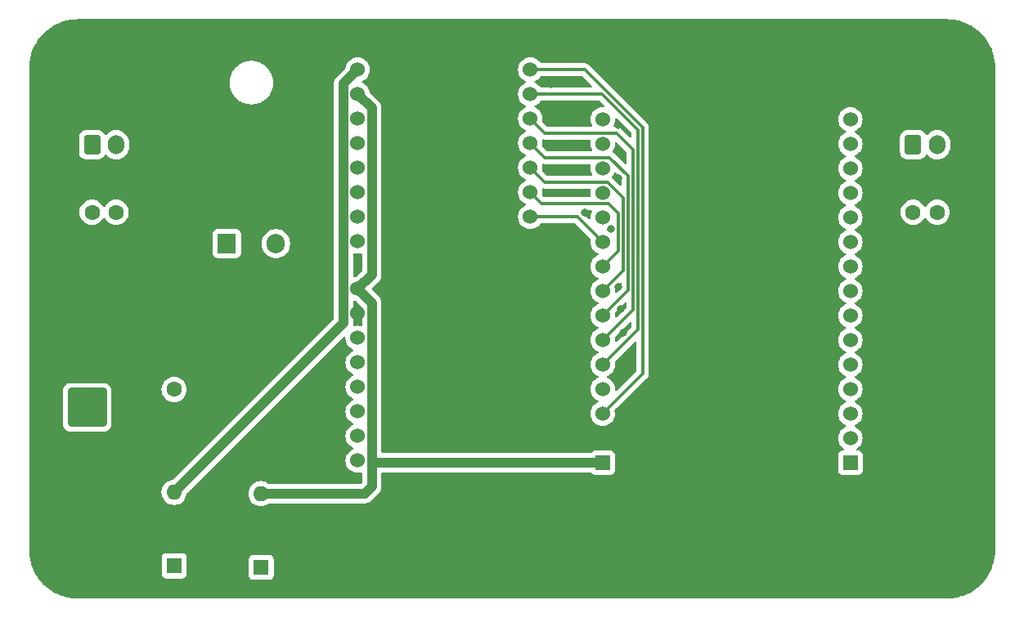
<source format=gbr>
%TF.GenerationSoftware,KiCad,Pcbnew,7.0.8*%
%TF.CreationDate,2024-02-17T12:00:41+01:00*%
%TF.ProjectId,Pendulo_Invertido,50656e64-756c-46f5-9f49-6e7665727469,rev?*%
%TF.SameCoordinates,Original*%
%TF.FileFunction,Copper,L2,Bot*%
%TF.FilePolarity,Positive*%
%FSLAX46Y46*%
G04 Gerber Fmt 4.6, Leading zero omitted, Abs format (unit mm)*
G04 Created by KiCad (PCBNEW 7.0.8) date 2024-02-17 12:00:41*
%MOMM*%
%LPD*%
G01*
G04 APERTURE LIST*
G04 Aperture macros list*
%AMRoundRect*
0 Rectangle with rounded corners*
0 $1 Rounding radius*
0 $2 $3 $4 $5 $6 $7 $8 $9 X,Y pos of 4 corners*
0 Add a 4 corners polygon primitive as box body*
4,1,4,$2,$3,$4,$5,$6,$7,$8,$9,$2,$3,0*
0 Add four circle primitives for the rounded corners*
1,1,$1+$1,$2,$3*
1,1,$1+$1,$4,$5*
1,1,$1+$1,$6,$7*
1,1,$1+$1,$8,$9*
0 Add four rect primitives between the rounded corners*
20,1,$1+$1,$2,$3,$4,$5,0*
20,1,$1+$1,$4,$5,$6,$7,0*
20,1,$1+$1,$6,$7,$8,$9,0*
20,1,$1+$1,$8,$9,$2,$3,0*%
G04 Aperture macros list end*
%TA.AperFunction,ComponentPad*%
%ADD10RoundRect,0.250000X-0.600000X-0.750000X0.600000X-0.750000X0.600000X0.750000X-0.600000X0.750000X0*%
%TD*%
%TA.AperFunction,ComponentPad*%
%ADD11O,1.700000X2.000000*%
%TD*%
%TA.AperFunction,ComponentPad*%
%ADD12R,1.524000X1.524000*%
%TD*%
%TA.AperFunction,ComponentPad*%
%ADD13C,1.524000*%
%TD*%
%TA.AperFunction,ComponentPad*%
%ADD14C,1.600000*%
%TD*%
%TA.AperFunction,ComponentPad*%
%ADD15RoundRect,0.250000X1.750000X-1.750000X1.750000X1.750000X-1.750000X1.750000X-1.750000X-1.750000X0*%
%TD*%
%TA.AperFunction,ComponentPad*%
%ADD16C,4.000000*%
%TD*%
%TA.AperFunction,ComponentPad*%
%ADD17C,5.600000*%
%TD*%
%TA.AperFunction,ComponentPad*%
%ADD18R,1.905000X2.000000*%
%TD*%
%TA.AperFunction,ComponentPad*%
%ADD19O,1.905000X2.000000*%
%TD*%
%TA.AperFunction,ComponentPad*%
%ADD20R,1.600000X1.600000*%
%TD*%
%TA.AperFunction,ComponentPad*%
%ADD21O,1.600000X1.600000*%
%TD*%
%TA.AperFunction,ViaPad*%
%ADD22C,0.800000*%
%TD*%
%TA.AperFunction,Conductor*%
%ADD23C,0.300000*%
%TD*%
%TA.AperFunction,Conductor*%
%ADD24C,1.000000*%
%TD*%
G04 APERTURE END LIST*
D10*
%TO.P,M2,1,+*%
%TO.N,Net-(M2-+)*%
X91500000Y-13000000D03*
D11*
%TO.P,M2,2,-*%
%TO.N,Net-(M2--)*%
X94000000Y-13000000D03*
%TD*%
D10*
%TO.P,M1,1,+*%
%TO.N,Net-(M1-+)*%
X6500000Y-13000000D03*
D11*
%TO.P,M1,2,-*%
%TO.N,Net-(M1--)*%
X9000000Y-13000000D03*
%TD*%
D12*
%TO.P,ESP32-DEVKIT-V1,1,VIN*%
%TO.N,/+5V*%
X59370000Y-45940000D03*
D13*
%TO.P,ESP32-DEVKIT-V1,2,GND*%
%TO.N,GND*%
X59370000Y-43400000D03*
%TO.P,ESP32-DEVKIT-V1,3,D13*%
%TO.N,Net-(ESP32-DEVKIT-V1-D13)*%
X59370000Y-40860000D03*
%TO.P,ESP32-DEVKIT-V1,4,D12*%
%TO.N,unconnected-(ESP32-DEVKIT-V1-D12-Pad4)*%
X59370000Y-38320000D03*
%TO.P,ESP32-DEVKIT-V1,5,D14*%
%TO.N,Net-(ESP32-DEVKIT-V1-D14)*%
X59370000Y-35780000D03*
%TO.P,ESP32-DEVKIT-V1,6,D27*%
%TO.N,Net-(ESP32-DEVKIT-V1-D27)*%
X59370000Y-33240000D03*
%TO.P,ESP32-DEVKIT-V1,7,D26*%
%TO.N,Net-(ESP32-DEVKIT-V1-D26)*%
X59370000Y-30700000D03*
%TO.P,ESP32-DEVKIT-V1,8,D25*%
%TO.N,Net-(ESP32-DEVKIT-V1-D25)*%
X59370000Y-28160000D03*
%TO.P,ESP32-DEVKIT-V1,9,D33*%
%TO.N,Net-(ESP32-DEVKIT-V1-D33)*%
X59370000Y-25620000D03*
%TO.P,ESP32-DEVKIT-V1,10,D32*%
%TO.N,Net-(ESP32-DEVKIT-V1-D32)*%
X59370000Y-23080000D03*
%TO.P,ESP32-DEVKIT-V1,11,D35*%
%TO.N,unconnected-(ESP32-DEVKIT-V1-D35-Pad11)*%
X59370000Y-20540000D03*
%TO.P,ESP32-DEVKIT-V1,12,D34*%
%TO.N,unconnected-(ESP32-DEVKIT-V1-D34-Pad12)*%
X59370000Y-18000000D03*
%TO.P,ESP32-DEVKIT-V1,13,VN*%
%TO.N,unconnected-(ESP32-DEVKIT-V1-VN-Pad13)*%
X59370000Y-15460000D03*
%TO.P,ESP32-DEVKIT-V1,14,VP*%
%TO.N,unconnected-(ESP32-DEVKIT-V1-VP-Pad14)*%
X59370000Y-12920000D03*
%TO.P,ESP32-DEVKIT-V1,15,EN*%
%TO.N,unconnected-(ESP32-DEVKIT-V1-EN-Pad15)*%
X59370000Y-10380000D03*
D12*
%TO.P,ESP32-DEVKIT-V1,16,3V3*%
%TO.N,unconnected-(ESP32-DEVKIT-V1-3V3-Pad16)*%
X85000000Y-45940000D03*
D13*
%TO.P,ESP32-DEVKIT-V1,17,GND*%
%TO.N,unconnected-(ESP32-DEVKIT-V1-GND-Pad17)*%
X85000000Y-43400000D03*
%TO.P,ESP32-DEVKIT-V1,18,D15*%
%TO.N,unconnected-(ESP32-DEVKIT-V1-D15-Pad18)*%
X85000000Y-40860000D03*
%TO.P,ESP32-DEVKIT-V1,19,D2*%
%TO.N,unconnected-(ESP32-DEVKIT-V1-D2-Pad19)*%
X85000000Y-38320000D03*
%TO.P,ESP32-DEVKIT-V1,20,D4*%
%TO.N,unconnected-(ESP32-DEVKIT-V1-D4-Pad20)*%
X85000000Y-35780000D03*
%TO.P,ESP32-DEVKIT-V1,21,RX2*%
%TO.N,unconnected-(ESP32-DEVKIT-V1-RX2-Pad21)*%
X85000000Y-33240000D03*
%TO.P,ESP32-DEVKIT-V1,22,TX2*%
%TO.N,unconnected-(ESP32-DEVKIT-V1-TX2-Pad22)*%
X85000000Y-30700000D03*
%TO.P,ESP32-DEVKIT-V1,23,D5*%
%TO.N,unconnected-(ESP32-DEVKIT-V1-D5-Pad23)*%
X85000000Y-28160000D03*
%TO.P,ESP32-DEVKIT-V1,24,D18*%
%TO.N,unconnected-(ESP32-DEVKIT-V1-D18-Pad24)*%
X85000000Y-25620000D03*
%TO.P,ESP32-DEVKIT-V1,25,D19*%
%TO.N,unconnected-(ESP32-DEVKIT-V1-D19-Pad25)*%
X85000000Y-23080000D03*
%TO.P,ESP32-DEVKIT-V1,26,D21*%
%TO.N,unconnected-(ESP32-DEVKIT-V1-D21-Pad26)*%
X85000000Y-20540000D03*
%TO.P,ESP32-DEVKIT-V1,27,RX0*%
%TO.N,unconnected-(ESP32-DEVKIT-V1-RX0-Pad27)*%
X85000000Y-18000000D03*
%TO.P,ESP32-DEVKIT-V1,28,TX0*%
%TO.N,unconnected-(ESP32-DEVKIT-V1-TX0-Pad28)*%
X85000000Y-15460000D03*
%TO.P,ESP32-DEVKIT-V1,29,D22*%
%TO.N,Net-(ESP32-DEVKIT-V1-D22)*%
X85000000Y-12920000D03*
%TO.P,ESP32-DEVKIT-V1,30,D23*%
%TO.N,Net-(ESP32-DEVKIT-V1-D23)*%
X85000000Y-10380000D03*
%TD*%
D14*
%TO.P,C1,1*%
%TO.N,Net-(M1--)*%
X9000000Y-20000000D03*
%TO.P,C1,2*%
%TO.N,Net-(M1-+)*%
X6500000Y-20000000D03*
%TD*%
D15*
%TO.P,BT1,1,+*%
%TO.N,+12V*%
X6000000Y-40200000D03*
D16*
%TO.P,BT1,2,-*%
%TO.N,GND*%
X6000000Y-33000000D03*
%TD*%
D14*
%TO.P,C2,1*%
%TO.N,Net-(M2-+)*%
X91500000Y-20000000D03*
%TO.P,C2,2*%
%TO.N,Net-(M2--)*%
X94000000Y-20000000D03*
%TD*%
D17*
%TO.P,H2,2*%
%TO.N,GND*%
X95000000Y-5000000D03*
%TD*%
%TO.P,H3,3*%
%TO.N,GND*%
X95000000Y-55000000D03*
%TD*%
D13*
%TO.P,MPU_6050,1,VCC*%
%TO.N,/+5V*%
X34000000Y-27932500D03*
%TO.P,MPU_6050,2,GND*%
%TO.N,GND*%
X34000000Y-30472500D03*
%TO.P,MPU_6050,3,SCL*%
%TO.N,Net-(ESP32-DEVKIT-V1-D23)*%
X34000000Y-33012500D03*
%TO.P,MPU_6050,4,SDA*%
%TO.N,Net-(ESP32-DEVKIT-V1-D22)*%
X34000000Y-35552500D03*
%TO.P,MPU_6050,5,XDA*%
%TO.N,unconnected-(MPU_6050-XDA-Pad5)*%
X34000000Y-38092500D03*
%TO.P,MPU_6050,6,XCL*%
%TO.N,unconnected-(MPU_6050-XCL-Pad6)*%
X34000000Y-40632500D03*
%TO.P,MPU_6050,7,ADD*%
%TO.N,unconnected-(MPU_6050-ADD-Pad7)*%
X34000000Y-43172500D03*
%TO.P,MPU_6050,8,INT*%
%TO.N,unconnected-(MPU_6050-INT-Pad8)*%
X34000000Y-45712500D03*
%TD*%
D17*
%TO.P,H1,1*%
%TO.N,GND*%
X5000000Y-5000000D03*
%TD*%
D14*
%TO.P,C3,1*%
%TO.N,+12V*%
X15000000Y-38350000D03*
%TO.P,C3,2*%
%TO.N,GND*%
X15000000Y-34850000D03*
%TD*%
D13*
%TO.P,TB6612FNG1,1,VM*%
%TO.N,/12V*%
X34000000Y-5220000D03*
%TO.P,TB6612FNG1,2,VCC*%
%TO.N,/+5V*%
X34000000Y-7760000D03*
%TO.P,TB6612FNG1,3,GND*%
%TO.N,unconnected-(TB6612FNG1-GND-Pad3)*%
X34000000Y-10300000D03*
%TO.P,TB6612FNG1,4,A01*%
%TO.N,Net-(M1--)*%
X34000000Y-12840000D03*
%TO.P,TB6612FNG1,5,A02*%
%TO.N,Net-(M1-+)*%
X34000000Y-15380000D03*
%TO.P,TB6612FNG1,6,B02*%
%TO.N,Net-(M2-+)*%
X34000000Y-17920000D03*
%TO.P,TB6612FNG1,7,B01*%
%TO.N,Net-(M2--)*%
X34000000Y-20460000D03*
%TO.P,TB6612FNG1,8,GND*%
%TO.N,unconnected-(TB6612FNG1-GND-Pad8)*%
X34000000Y-23000000D03*
%TO.P,TB6612FNG1,9,PWMA*%
%TO.N,Net-(ESP32-DEVKIT-V1-D13)*%
X51860000Y-5220000D03*
%TO.P,TB6612FNG1,10,AIN2*%
%TO.N,Net-(ESP32-DEVKIT-V1-D14)*%
X51860000Y-7760000D03*
%TO.P,TB6612FNG1,11,AIN1*%
%TO.N,Net-(ESP32-DEVKIT-V1-D27)*%
X51860000Y-10300000D03*
%TO.P,TB6612FNG1,12,STBY*%
%TO.N,Net-(ESP32-DEVKIT-V1-D26)*%
X51860000Y-12840000D03*
%TO.P,TB6612FNG1,13,BIN1*%
%TO.N,Net-(ESP32-DEVKIT-V1-D25)*%
X51860000Y-15380000D03*
%TO.P,TB6612FNG1,14,BIN2*%
%TO.N,Net-(ESP32-DEVKIT-V1-D33)*%
X51860000Y-17920000D03*
%TO.P,TB6612FNG1,15,PWMB*%
%TO.N,Net-(ESP32-DEVKIT-V1-D32)*%
X51860000Y-20460000D03*
%TO.P,TB6612FNG1,16,GND*%
%TO.N,GND*%
X51860000Y-23000000D03*
%TD*%
D18*
%TO.P,U1,1,IN*%
%TO.N,+12V*%
X20460000Y-23230000D03*
D19*
%TO.P,U1,2,GND*%
%TO.N,GND*%
X23000000Y-23230000D03*
%TO.P,U1,3,OUT*%
%TO.N,Net-(U1-OUT)*%
X25540000Y-23230000D03*
%TD*%
D20*
%TO.P,SW1,1*%
%TO.N,Net-(U1-OUT)*%
X24000000Y-56767500D03*
D21*
%TO.P,SW1,2*%
%TO.N,/+5V*%
X24000000Y-49147500D03*
%TD*%
D17*
%TO.P,H4,4*%
%TO.N,GND*%
X5000000Y-55000000D03*
%TD*%
D20*
%TO.P,SW2,1*%
%TO.N,+12V*%
X15000000Y-56620000D03*
D21*
%TO.P,SW2,2*%
%TO.N,/12V*%
X15000000Y-49000000D03*
%TD*%
D22*
%TO.N,GND*%
X30500000Y-15500000D03*
X56250000Y-25750000D03*
X83250000Y-13250000D03*
X89750000Y-11750000D03*
X7750000Y-14750000D03*
X34000000Y-25250000D03*
X54000000Y-6750000D03*
X61000000Y-11000000D03*
X61000000Y-13750000D03*
X61000000Y-16500000D03*
X54000000Y-10500000D03*
X54000000Y-13250000D03*
X54000000Y-15750000D03*
X54000000Y-18000000D03*
X57500000Y-20000000D03*
X60250000Y-21750000D03*
X61000000Y-27750000D03*
X61250000Y-30000000D03*
X61500000Y-32500000D03*
X61500000Y-36250000D03*
X92750000Y-15250000D03*
X40640000Y-20320000D03*
X91440000Y-10160000D03*
X91440000Y-30480000D03*
X91440000Y-40640000D03*
X81280000Y-10160000D03*
X81280000Y-20320000D03*
X71120000Y-10160000D03*
X71120000Y-20320000D03*
X81280000Y-30480000D03*
X81280000Y-40640000D03*
X71120000Y-30480000D03*
X71120000Y-40640000D03*
X60960000Y-40640000D03*
X50800000Y-30480000D03*
X50800000Y-40640000D03*
X40640000Y-30480000D03*
X40640000Y-40640000D03*
X30480000Y-10160000D03*
X30480000Y-20320000D03*
X30480000Y-30480000D03*
X30480000Y-40640000D03*
X20320000Y-40640000D03*
X10160000Y-10160000D03*
X10160000Y-30480000D03*
X10160000Y-50800000D03*
X20320000Y-50800000D03*
X30480000Y-50800000D03*
X40640000Y-50800000D03*
X50800000Y-50800000D03*
X60960000Y-50800000D03*
X71120000Y-50800000D03*
X81280000Y-50800000D03*
X91440000Y-50800000D03*
%TD*%
D23*
%TO.N,Net-(ESP32-DEVKIT-V1-D14)*%
X63000000Y-11500000D02*
X59260000Y-7760000D01*
X63000000Y-32150000D02*
X63000000Y-11500000D01*
X59260000Y-7760000D02*
X51860000Y-7760000D01*
X59370000Y-35780000D02*
X63000000Y-32150000D01*
%TO.N,Net-(ESP32-DEVKIT-V1-D13)*%
X57470000Y-5220000D02*
X51860000Y-5220000D01*
X63500000Y-11250000D02*
X57470000Y-5220000D01*
X63500000Y-36730000D02*
X63500000Y-11250000D01*
X59370000Y-40860000D02*
X63500000Y-36730000D01*
D24*
%TO.N,/+5V*%
X35462000Y-48393000D02*
X35462000Y-46311306D01*
X34707500Y-49147500D02*
X35462000Y-48393000D01*
X24000000Y-49147500D02*
X34707500Y-49147500D01*
D23*
%TO.N,Net-(ESP32-DEVKIT-V1-D33)*%
X53052000Y-19112000D02*
X51860000Y-17920000D01*
X60000000Y-19112000D02*
X53052000Y-19112000D01*
X61000000Y-20112000D02*
X60000000Y-19112000D01*
X61000000Y-23990000D02*
X61000000Y-20112000D01*
X59370000Y-25620000D02*
X61000000Y-23990000D01*
%TO.N,Net-(ESP32-DEVKIT-V1-D25)*%
X53368000Y-16888000D02*
X51860000Y-15380000D01*
X59888000Y-16888000D02*
X53368000Y-16888000D01*
X61500000Y-18500000D02*
X59888000Y-16888000D01*
X61500000Y-26030000D02*
X61500000Y-18500000D01*
X59370000Y-28160000D02*
X61500000Y-26030000D01*
%TO.N,Net-(ESP32-DEVKIT-V1-D26)*%
X60085915Y-14348000D02*
X53368000Y-14348000D01*
X62000000Y-28070000D02*
X62000000Y-16262085D01*
X62000000Y-16262085D02*
X60085915Y-14348000D01*
X59370000Y-30700000D02*
X62000000Y-28070000D01*
X53368000Y-14348000D02*
X51860000Y-12840000D01*
%TO.N,Net-(ESP32-DEVKIT-V1-D27)*%
X53368000Y-11808000D02*
X51860000Y-10300000D01*
X62500000Y-13492085D02*
X60815915Y-11808000D01*
X59370000Y-33240000D02*
X62500000Y-30110000D01*
X62500000Y-30110000D02*
X62500000Y-13492085D01*
X60815915Y-11808000D02*
X53368000Y-11808000D01*
D24*
%TO.N,/+5V*%
X35462000Y-46311306D02*
X35462000Y-29394500D01*
X35833306Y-45940000D02*
X35462000Y-46311306D01*
X35462000Y-9222000D02*
X34000000Y-7760000D01*
X35462000Y-26470500D02*
X35462000Y-9222000D01*
X59370000Y-45940000D02*
X35833306Y-45940000D01*
X35462000Y-29394500D02*
X34000000Y-27932500D01*
X34000000Y-27932500D02*
X35462000Y-26470500D01*
D23*
%TO.N,Net-(ESP32-DEVKIT-V1-D32)*%
X51860000Y-20460000D02*
X56750000Y-20460000D01*
X56750000Y-20460000D02*
X59370000Y-23080000D01*
D24*
%TO.N,/12V*%
X32538000Y-31462000D02*
X32538000Y-6682000D01*
X32538000Y-6682000D02*
X34000000Y-5220000D01*
X15000000Y-49000000D02*
X32538000Y-31462000D01*
%TD*%
%TA.AperFunction,Conductor*%
%TO.N,GND*%
G36*
X33694581Y-29157700D02*
G01*
X33779932Y-29180570D01*
X33793288Y-29181738D01*
X33858356Y-29207188D01*
X33870164Y-29217585D01*
X34148789Y-29496210D01*
X34425181Y-29772601D01*
X34458666Y-29833924D01*
X34461500Y-29860282D01*
X34461500Y-31667521D01*
X34441815Y-31734560D01*
X34389011Y-31780315D01*
X34319853Y-31790259D01*
X34305407Y-31787296D01*
X34220073Y-31764431D01*
X34220069Y-31764430D01*
X34220068Y-31764430D01*
X34220067Y-31764429D01*
X34220062Y-31764429D01*
X34000002Y-31745177D01*
X33999998Y-31745177D01*
X33779937Y-31764429D01*
X33779926Y-31764431D01*
X33679777Y-31791266D01*
X33609927Y-31789603D01*
X33552065Y-31750440D01*
X33524561Y-31686212D01*
X33527798Y-31645793D01*
X33526776Y-31645610D01*
X33527885Y-31639420D01*
X33527886Y-31639418D01*
X33530494Y-31605157D01*
X33531585Y-31597389D01*
X33538500Y-31563743D01*
X33538500Y-31502398D01*
X33538679Y-31497688D01*
X33543337Y-31436524D01*
X33538997Y-31402442D01*
X33538500Y-31394603D01*
X33538500Y-29277477D01*
X33558185Y-29210438D01*
X33610989Y-29164683D01*
X33680147Y-29154739D01*
X33694581Y-29157700D01*
G37*
%TD.AperFunction*%
%TA.AperFunction,Conductor*%
G36*
X33694581Y-24225200D02*
G01*
X33779932Y-24248070D01*
X33937123Y-24261822D01*
X33999998Y-24267323D01*
X34000000Y-24267323D01*
X34000002Y-24267323D01*
X34055017Y-24262509D01*
X34220068Y-24248070D01*
X34305407Y-24225203D01*
X34375255Y-24226864D01*
X34433118Y-24266026D01*
X34460623Y-24330254D01*
X34461500Y-24344977D01*
X34461500Y-26004716D01*
X34441815Y-26071755D01*
X34425181Y-26092397D01*
X33870163Y-26647414D01*
X33808840Y-26680899D01*
X33793292Y-26683261D01*
X33779934Y-26684429D01*
X33779925Y-26684431D01*
X33694593Y-26707296D01*
X33624743Y-26705633D01*
X33566881Y-26666470D01*
X33539377Y-26602242D01*
X33538500Y-26587521D01*
X33538500Y-24344977D01*
X33558185Y-24277938D01*
X33610989Y-24232183D01*
X33680147Y-24222239D01*
X33694581Y-24225200D01*
G37*
%TD.AperFunction*%
%TA.AperFunction,Conductor*%
G36*
X62768834Y-33403625D02*
G01*
X62824767Y-33445497D01*
X62849184Y-33510961D01*
X62849500Y-33519807D01*
X62849500Y-36409191D01*
X62829815Y-36476230D01*
X62813181Y-36496872D01*
X60844406Y-38465646D01*
X60783083Y-38499131D01*
X60713391Y-38494147D01*
X60657458Y-38452275D01*
X60633041Y-38386811D01*
X60633197Y-38367157D01*
X60634699Y-38349998D01*
X60637323Y-38320000D01*
X60636672Y-38312562D01*
X60620759Y-38130668D01*
X60618070Y-38099932D01*
X60560894Y-37886550D01*
X60467534Y-37686339D01*
X60340826Y-37505380D01*
X60184620Y-37349174D01*
X60184616Y-37349171D01*
X60184615Y-37349170D01*
X60003666Y-37222468D01*
X60003658Y-37222464D01*
X59874811Y-37162382D01*
X59822371Y-37116210D01*
X59803219Y-37049017D01*
X59823435Y-36982135D01*
X59874811Y-36937618D01*
X59886027Y-36932388D01*
X60003662Y-36877534D01*
X60184620Y-36750826D01*
X60340826Y-36594620D01*
X60467534Y-36413662D01*
X60560894Y-36213450D01*
X60618070Y-36000068D01*
X60637323Y-35780000D01*
X60618070Y-35559932D01*
X60613765Y-35543866D01*
X60615424Y-35474017D01*
X60645855Y-35424089D01*
X62637820Y-33432124D01*
X62699142Y-33398641D01*
X62768834Y-33403625D01*
G37*
%TD.AperFunction*%
%TA.AperFunction,Conductor*%
G36*
X62268834Y-31363625D02*
G01*
X62324767Y-31405497D01*
X62349184Y-31470961D01*
X62349500Y-31479807D01*
X62349500Y-31829191D01*
X62329815Y-31896230D01*
X62313181Y-31916872D01*
X60844406Y-33385646D01*
X60783083Y-33419131D01*
X60713391Y-33414147D01*
X60657458Y-33372275D01*
X60633041Y-33306811D01*
X60633197Y-33287157D01*
X60637323Y-33240000D01*
X60637323Y-33239997D01*
X60633320Y-33194246D01*
X60618070Y-33019932D01*
X60613765Y-33003866D01*
X60615424Y-32934017D01*
X60645855Y-32884089D01*
X62137820Y-31392124D01*
X62199142Y-31358641D01*
X62268834Y-31363625D01*
G37*
%TD.AperFunction*%
%TA.AperFunction,Conductor*%
G36*
X61768834Y-29323625D02*
G01*
X61824767Y-29365497D01*
X61849184Y-29430961D01*
X61849500Y-29439807D01*
X61849500Y-29789191D01*
X61829815Y-29856230D01*
X61813181Y-29876872D01*
X60844406Y-30845646D01*
X60783083Y-30879131D01*
X60713391Y-30874147D01*
X60657458Y-30832275D01*
X60633041Y-30766811D01*
X60633197Y-30747157D01*
X60637323Y-30700000D01*
X60637323Y-30699997D01*
X60633320Y-30654246D01*
X60618070Y-30479932D01*
X60613765Y-30463866D01*
X60615424Y-30394017D01*
X60645855Y-30344089D01*
X61637820Y-29352125D01*
X61699142Y-29318641D01*
X61768834Y-29323625D01*
G37*
%TD.AperFunction*%
%TA.AperFunction,Conductor*%
G36*
X61268834Y-27283625D02*
G01*
X61324767Y-27325497D01*
X61349184Y-27390961D01*
X61349500Y-27399807D01*
X61349500Y-27749191D01*
X61329815Y-27816230D01*
X61313181Y-27836872D01*
X60844406Y-28305647D01*
X60783083Y-28339132D01*
X60713391Y-28334148D01*
X60657458Y-28292276D01*
X60633041Y-28226812D01*
X60633197Y-28207158D01*
X60637323Y-28160000D01*
X60637323Y-28159997D01*
X60633320Y-28114246D01*
X60618070Y-27939932D01*
X60613765Y-27923866D01*
X60615424Y-27854017D01*
X60645855Y-27804089D01*
X61137820Y-27312125D01*
X61199142Y-27278641D01*
X61268834Y-27283625D01*
G37*
%TD.AperFunction*%
%TA.AperFunction,Conductor*%
G36*
X60288350Y-21526685D02*
G01*
X60336163Y-21577633D01*
X60349500Y-21633577D01*
X60349500Y-21986422D01*
X60329815Y-22053461D01*
X60277011Y-22099216D01*
X60207853Y-22109160D01*
X60154377Y-22087997D01*
X60003666Y-21982468D01*
X60003658Y-21982464D01*
X59874811Y-21922382D01*
X59822371Y-21876210D01*
X59803219Y-21809017D01*
X59823435Y-21742135D01*
X59874811Y-21697618D01*
X59880802Y-21694824D01*
X60003662Y-21637534D01*
X60154378Y-21532001D01*
X60220582Y-21509675D01*
X60288350Y-21526685D01*
G37*
%TD.AperFunction*%
%TA.AperFunction,Conductor*%
G36*
X58211937Y-19782185D02*
G01*
X58257692Y-19834989D01*
X58267636Y-19904147D01*
X58257280Y-19938904D01*
X58179108Y-20106543D01*
X58179104Y-20106554D01*
X58121930Y-20319929D01*
X58121929Y-20319937D01*
X58102677Y-20539997D01*
X58102677Y-20540003D01*
X58106802Y-20587160D01*
X58093035Y-20655660D01*
X58044419Y-20705842D01*
X57976390Y-20721775D01*
X57910547Y-20698399D01*
X57895593Y-20685647D01*
X57270434Y-20060488D01*
X57260361Y-20047914D01*
X57260174Y-20048070D01*
X57255201Y-20042059D01*
X57210413Y-20000000D01*
X57202755Y-19992809D01*
X57184127Y-19974181D01*
X57150643Y-19912862D01*
X57155625Y-19843170D01*
X57197495Y-19787235D01*
X57262958Y-19762816D01*
X57271808Y-19762500D01*
X58144898Y-19762500D01*
X58211937Y-19782185D01*
G37*
%TD.AperFunction*%
%TA.AperFunction,Conductor*%
G36*
X53254020Y-17530334D02*
G01*
X53285823Y-17538500D01*
X53307045Y-17538500D01*
X53326444Y-17540026D01*
X53347405Y-17543347D01*
X53392104Y-17539121D01*
X53395770Y-17538775D01*
X53401608Y-17538500D01*
X58025022Y-17538500D01*
X58092061Y-17558185D01*
X58137816Y-17610989D01*
X58147760Y-17680147D01*
X58144798Y-17694585D01*
X58143365Y-17699937D01*
X58121930Y-17779930D01*
X58121929Y-17779937D01*
X58102677Y-17999997D01*
X58102677Y-18000002D01*
X58121929Y-18220062D01*
X58121930Y-18220069D01*
X58129280Y-18247498D01*
X58144796Y-18305407D01*
X58143134Y-18375256D01*
X58103972Y-18433119D01*
X58039744Y-18460623D01*
X58025022Y-18461500D01*
X53372808Y-18461500D01*
X53305769Y-18441815D01*
X53285127Y-18425181D01*
X53135857Y-18275911D01*
X53102372Y-18214588D01*
X53103764Y-18156133D01*
X53108070Y-18140068D01*
X53127323Y-17920000D01*
X53108070Y-17699932D01*
X53103408Y-17682533D01*
X53105069Y-17612683D01*
X53144231Y-17554820D01*
X53208459Y-17527315D01*
X53254020Y-17530334D01*
G37*
%TD.AperFunction*%
%TA.AperFunction,Conductor*%
G36*
X60714167Y-15899915D02*
G01*
X60733984Y-15916015D01*
X61313181Y-16495212D01*
X61346666Y-16556535D01*
X61349500Y-16582893D01*
X61349500Y-17130192D01*
X61329815Y-17197231D01*
X61277011Y-17242986D01*
X61207853Y-17252930D01*
X61144297Y-17223905D01*
X61137819Y-17217873D01*
X60408434Y-16488488D01*
X60398361Y-16475914D01*
X60398174Y-16476070D01*
X60393201Y-16470059D01*
X60357341Y-16436384D01*
X60321947Y-16376143D01*
X60324739Y-16306329D01*
X60340651Y-16274868D01*
X60340821Y-16274624D01*
X60340826Y-16274620D01*
X60467534Y-16093662D01*
X60533924Y-15951287D01*
X60580092Y-15898853D01*
X60647286Y-15879700D01*
X60714167Y-15899915D01*
G37*
%TD.AperFunction*%
%TA.AperFunction,Conductor*%
G36*
X53254020Y-14990334D02*
G01*
X53285823Y-14998500D01*
X53307045Y-14998500D01*
X53326444Y-15000026D01*
X53347405Y-15003347D01*
X53392104Y-14999121D01*
X53395770Y-14998775D01*
X53401608Y-14998500D01*
X58025022Y-14998500D01*
X58092061Y-15018185D01*
X58137816Y-15070989D01*
X58147760Y-15140147D01*
X58144798Y-15154585D01*
X58143365Y-15159937D01*
X58121930Y-15239930D01*
X58121929Y-15239937D01*
X58102677Y-15459997D01*
X58102677Y-15460002D01*
X58121929Y-15680062D01*
X58121930Y-15680070D01*
X58179104Y-15893445D01*
X58179108Y-15893456D01*
X58257280Y-16061096D01*
X58267772Y-16130173D01*
X58239252Y-16193957D01*
X58180775Y-16232196D01*
X58144898Y-16237500D01*
X53688808Y-16237500D01*
X53621769Y-16217815D01*
X53601127Y-16201181D01*
X53135857Y-15735911D01*
X53102372Y-15674588D01*
X53103764Y-15616133D01*
X53108070Y-15600068D01*
X53127323Y-15380000D01*
X53108070Y-15159932D01*
X53103408Y-15142533D01*
X53105069Y-15072683D01*
X53144231Y-15014820D01*
X53208459Y-14987315D01*
X53254020Y-14990334D01*
G37*
%TD.AperFunction*%
%TA.AperFunction,Conductor*%
G36*
X60827732Y-12741966D02*
G01*
X60842688Y-12754719D01*
X61813181Y-13725212D01*
X61846666Y-13786535D01*
X61849500Y-13812893D01*
X61849500Y-14892277D01*
X61829815Y-14959316D01*
X61777011Y-15005071D01*
X61707853Y-15015015D01*
X61644297Y-14985990D01*
X61637819Y-14979958D01*
X60606349Y-13948488D01*
X60596276Y-13935914D01*
X60596089Y-13936070D01*
X60591116Y-13930059D01*
X60538671Y-13880810D01*
X60516950Y-13859089D01*
X60511150Y-13854589D01*
X60506713Y-13850799D01*
X60471311Y-13817554D01*
X60471306Y-13817550D01*
X60456269Y-13809284D01*
X60407005Y-13759737D01*
X60392349Y-13691422D01*
X60414433Y-13629498D01*
X60425521Y-13613663D01*
X60467534Y-13553662D01*
X60560894Y-13353450D01*
X60618070Y-13140068D01*
X60637323Y-12920000D01*
X60631479Y-12853205D01*
X60645245Y-12784708D01*
X60693860Y-12734525D01*
X60761889Y-12718591D01*
X60827732Y-12741966D01*
G37*
%TD.AperFunction*%
%TA.AperFunction,Conductor*%
G36*
X53254020Y-12450334D02*
G01*
X53285823Y-12458500D01*
X53307045Y-12458500D01*
X53326444Y-12460026D01*
X53347405Y-12463347D01*
X53392104Y-12459121D01*
X53395770Y-12458775D01*
X53401608Y-12458500D01*
X58025022Y-12458500D01*
X58092061Y-12478185D01*
X58137816Y-12530989D01*
X58147760Y-12600147D01*
X58144798Y-12614585D01*
X58143365Y-12619937D01*
X58121930Y-12699930D01*
X58121929Y-12699937D01*
X58102677Y-12919997D01*
X58102677Y-12920002D01*
X58121929Y-13140062D01*
X58121930Y-13140070D01*
X58179104Y-13353445D01*
X58179108Y-13353456D01*
X58257280Y-13521096D01*
X58267772Y-13590173D01*
X58239252Y-13653957D01*
X58180775Y-13692196D01*
X58144898Y-13697500D01*
X53688808Y-13697500D01*
X53621769Y-13677815D01*
X53601127Y-13661181D01*
X53135857Y-13195911D01*
X53102372Y-13134588D01*
X53103764Y-13076133D01*
X53108070Y-13060068D01*
X53120324Y-12919997D01*
X53127323Y-12840002D01*
X53127323Y-12839997D01*
X53115069Y-12699930D01*
X53108070Y-12619932D01*
X53103408Y-12602533D01*
X53105069Y-12532683D01*
X53144231Y-12474820D01*
X53208459Y-12447315D01*
X53254020Y-12450334D01*
G37*
%TD.AperFunction*%
%TA.AperFunction,Conductor*%
G36*
X60832325Y-10254474D02*
G01*
X60847282Y-10267228D01*
X62313181Y-11733127D01*
X62346666Y-11794450D01*
X62349500Y-11820808D01*
X62349500Y-12122277D01*
X62329815Y-12189316D01*
X62277011Y-12235071D01*
X62207853Y-12245015D01*
X62144297Y-12215990D01*
X62137819Y-12209958D01*
X61336349Y-11408488D01*
X61326276Y-11395914D01*
X61326089Y-11396070D01*
X61321116Y-11390059D01*
X61268671Y-11340810D01*
X61246950Y-11319089D01*
X61241155Y-11314594D01*
X61236713Y-11310799D01*
X61201311Y-11277554D01*
X61201303Y-11277548D01*
X61182707Y-11267325D01*
X61166446Y-11256644D01*
X61149678Y-11243637D01*
X61126210Y-11233482D01*
X61105093Y-11224343D01*
X61099871Y-11221786D01*
X61057283Y-11198373D01*
X61057280Y-11198372D01*
X61036716Y-11193092D01*
X61018311Y-11186790D01*
X60998842Y-11178365D01*
X60998836Y-11178363D01*
X60950866Y-11170766D01*
X60945151Y-11169582D01*
X60928687Y-11165355D01*
X60898095Y-11157500D01*
X60898092Y-11157500D01*
X60876870Y-11157500D01*
X60857470Y-11155973D01*
X60836511Y-11152653D01*
X60836510Y-11152653D01*
X60812701Y-11154903D01*
X60788145Y-11157225D01*
X60782307Y-11157500D01*
X60595102Y-11157500D01*
X60528063Y-11137815D01*
X60482308Y-11085011D01*
X60472364Y-11015853D01*
X60482720Y-10981096D01*
X60544722Y-10848131D01*
X60560894Y-10813450D01*
X60618070Y-10600068D01*
X60637323Y-10380000D01*
X60636073Y-10365716D01*
X60649838Y-10297219D01*
X60698452Y-10247035D01*
X60766481Y-10231100D01*
X60832325Y-10254474D01*
G37*
%TD.AperFunction*%
%TA.AperFunction,Conductor*%
G36*
X59006231Y-8430185D02*
G01*
X59026873Y-8446819D01*
X59482771Y-8902717D01*
X59516256Y-8964040D01*
X59511272Y-9033732D01*
X59469400Y-9089665D01*
X59403936Y-9114082D01*
X59384285Y-9113926D01*
X59370005Y-9112677D01*
X59369998Y-9112677D01*
X59149937Y-9131929D01*
X59149929Y-9131930D01*
X58936554Y-9189104D01*
X58936548Y-9189107D01*
X58736340Y-9282465D01*
X58736338Y-9282466D01*
X58555377Y-9409175D01*
X58399175Y-9565377D01*
X58272466Y-9746338D01*
X58272465Y-9746340D01*
X58179107Y-9946548D01*
X58179104Y-9946554D01*
X58121930Y-10159929D01*
X58121929Y-10159937D01*
X58102677Y-10379997D01*
X58102677Y-10380002D01*
X58121929Y-10600062D01*
X58121930Y-10600070D01*
X58179104Y-10813445D01*
X58179108Y-10813456D01*
X58257280Y-10981096D01*
X58267772Y-11050173D01*
X58239252Y-11113957D01*
X58180775Y-11152196D01*
X58144898Y-11157500D01*
X53688808Y-11157500D01*
X53621769Y-11137815D01*
X53601127Y-11121181D01*
X53135857Y-10655911D01*
X53102372Y-10594588D01*
X53103764Y-10536133D01*
X53108070Y-10520068D01*
X53120324Y-10379997D01*
X53127323Y-10300002D01*
X53127323Y-10299997D01*
X53115069Y-10159932D01*
X53108070Y-10079932D01*
X53050894Y-9866550D01*
X52957534Y-9666339D01*
X52830826Y-9485380D01*
X52674620Y-9329174D01*
X52674616Y-9329171D01*
X52674615Y-9329170D01*
X52493666Y-9202468D01*
X52493658Y-9202464D01*
X52364811Y-9142382D01*
X52312371Y-9096210D01*
X52293219Y-9029017D01*
X52313435Y-8962135D01*
X52364811Y-8917618D01*
X52396766Y-8902717D01*
X52493662Y-8857534D01*
X52674620Y-8730826D01*
X52830826Y-8574620D01*
X52908719Y-8463376D01*
X52963296Y-8419752D01*
X53010294Y-8410500D01*
X58939192Y-8410500D01*
X59006231Y-8430185D01*
G37*
%TD.AperFunction*%
%TA.AperFunction,Conductor*%
G36*
X57216231Y-5890185D02*
G01*
X57236873Y-5906819D01*
X58227873Y-6897819D01*
X58261358Y-6959142D01*
X58256374Y-7028834D01*
X58214502Y-7084767D01*
X58149038Y-7109184D01*
X58140192Y-7109500D01*
X53010294Y-7109500D01*
X52943255Y-7089815D01*
X52908719Y-7056623D01*
X52830827Y-6945381D01*
X52783265Y-6897819D01*
X52674620Y-6789174D01*
X52674616Y-6789171D01*
X52674615Y-6789170D01*
X52493666Y-6662468D01*
X52493658Y-6662464D01*
X52364811Y-6602382D01*
X52312371Y-6556210D01*
X52293219Y-6489017D01*
X52313435Y-6422135D01*
X52364811Y-6377618D01*
X52370802Y-6374824D01*
X52493662Y-6317534D01*
X52674620Y-6190826D01*
X52830826Y-6034620D01*
X52908719Y-5923376D01*
X52963296Y-5879752D01*
X53010294Y-5870500D01*
X57149192Y-5870500D01*
X57216231Y-5890185D01*
G37*
%TD.AperFunction*%
%TA.AperFunction,Conductor*%
G36*
X95217318Y-9488D02*
G01*
X95415934Y-18160D01*
X95420865Y-18574D01*
X95636792Y-45489D01*
X95832940Y-71313D01*
X95837265Y-71883D01*
X95841894Y-72671D01*
X96054183Y-117183D01*
X96252534Y-161157D01*
X96256778Y-162257D01*
X96464544Y-224112D01*
X96658648Y-285314D01*
X96658658Y-285317D01*
X96662530Y-286680D01*
X96864457Y-365472D01*
X97052817Y-443494D01*
X97056252Y-445045D01*
X97131343Y-481755D01*
X97250992Y-540249D01*
X97388629Y-611897D01*
X97432009Y-634479D01*
X97435107Y-636207D01*
X97621382Y-747202D01*
X97793662Y-856957D01*
X97796377Y-858789D01*
X97972918Y-984837D01*
X98135098Y-1109282D01*
X98137426Y-1111159D01*
X98303055Y-1251439D01*
X98454895Y-1390574D01*
X98609424Y-1545103D01*
X98748547Y-1696929D01*
X98748557Y-1696940D01*
X98888839Y-1862572D01*
X98890716Y-1864900D01*
X99015162Y-2027081D01*
X99141209Y-2203621D01*
X99143040Y-2206335D01*
X99252797Y-2378617D01*
X99363791Y-2564891D01*
X99365525Y-2568000D01*
X99459750Y-2749007D01*
X99525992Y-2884503D01*
X99554953Y-2943743D01*
X99556524Y-2947229D01*
X99634536Y-3135566D01*
X99713309Y-3337445D01*
X99714681Y-3341340D01*
X99775899Y-3535496D01*
X99837735Y-3743200D01*
X99838843Y-3747472D01*
X99882818Y-3945826D01*
X99927326Y-4158101D01*
X99928115Y-4162733D01*
X99954524Y-4363319D01*
X99981422Y-4579114D01*
X99981839Y-4584080D01*
X99990513Y-4782728D01*
X99999500Y-5000000D01*
X99999500Y-55000000D01*
X99990513Y-55217271D01*
X99981839Y-55415918D01*
X99981422Y-55420884D01*
X99954524Y-55636680D01*
X99928115Y-55837265D01*
X99927326Y-55841897D01*
X99882818Y-56054173D01*
X99838843Y-56252526D01*
X99837735Y-56256798D01*
X99775899Y-56464503D01*
X99714681Y-56658658D01*
X99713309Y-56662552D01*
X99634536Y-56864433D01*
X99556524Y-57052769D01*
X99554944Y-57056274D01*
X99459750Y-57250992D01*
X99365525Y-57431998D01*
X99363791Y-57435107D01*
X99252797Y-57621382D01*
X99143040Y-57793663D01*
X99141209Y-57796377D01*
X99015162Y-57972918D01*
X98890716Y-58135099D01*
X98888839Y-58137426D01*
X98748557Y-58303059D01*
X98609426Y-58454895D01*
X98454895Y-58609426D01*
X98303059Y-58748557D01*
X98137426Y-58888839D01*
X98135099Y-58890716D01*
X97972918Y-59015162D01*
X97796377Y-59141209D01*
X97793663Y-59143040D01*
X97621382Y-59252797D01*
X97435107Y-59363791D01*
X97431998Y-59365525D01*
X97250992Y-59459750D01*
X97056274Y-59554944D01*
X97052769Y-59556524D01*
X96864433Y-59634536D01*
X96662552Y-59713309D01*
X96658658Y-59714681D01*
X96464503Y-59775899D01*
X96256798Y-59837735D01*
X96252526Y-59838843D01*
X96054173Y-59882818D01*
X95841897Y-59927326D01*
X95837265Y-59928115D01*
X95636680Y-59954524D01*
X95420884Y-59981422D01*
X95415918Y-59981839D01*
X95217271Y-59990513D01*
X95000000Y-59999500D01*
X5000000Y-59999500D01*
X4782728Y-59990513D01*
X4584080Y-59981839D01*
X4579114Y-59981422D01*
X4363319Y-59954524D01*
X4162733Y-59928115D01*
X4158101Y-59927326D01*
X3945826Y-59882818D01*
X3747472Y-59838843D01*
X3743200Y-59837735D01*
X3535496Y-59775899D01*
X3341340Y-59714681D01*
X3337445Y-59713309D01*
X3135566Y-59634536D01*
X2947229Y-59556524D01*
X2943744Y-59554953D01*
X2884503Y-59525992D01*
X2749007Y-59459750D01*
X2568000Y-59365525D01*
X2564891Y-59363791D01*
X2378617Y-59252797D01*
X2206335Y-59143040D01*
X2203621Y-59141209D01*
X2027081Y-59015162D01*
X1864900Y-58890716D01*
X1862572Y-58888839D01*
X1696940Y-58748557D01*
X1545103Y-58609424D01*
X1390574Y-58454895D01*
X1251439Y-58303055D01*
X1111159Y-58137426D01*
X1109282Y-58135098D01*
X984837Y-57972918D01*
X858789Y-57796377D01*
X856957Y-57793662D01*
X747202Y-57621382D01*
X655729Y-57467870D01*
X13699500Y-57467870D01*
X13699501Y-57467876D01*
X13705908Y-57527483D01*
X13756202Y-57662328D01*
X13756206Y-57662335D01*
X13842452Y-57777544D01*
X13842455Y-57777547D01*
X13957664Y-57863793D01*
X13957671Y-57863797D01*
X14092517Y-57914091D01*
X14092516Y-57914091D01*
X14099444Y-57914835D01*
X14152127Y-57920500D01*
X15847872Y-57920499D01*
X15907483Y-57914091D01*
X16042331Y-57863796D01*
X16157546Y-57777546D01*
X16243796Y-57662331D01*
X16261311Y-57615370D01*
X22699500Y-57615370D01*
X22699501Y-57615376D01*
X22705908Y-57674983D01*
X22756202Y-57809828D01*
X22756206Y-57809835D01*
X22842452Y-57925044D01*
X22842455Y-57925047D01*
X22957664Y-58011293D01*
X22957671Y-58011297D01*
X23092517Y-58061591D01*
X23092516Y-58061591D01*
X23099444Y-58062335D01*
X23152127Y-58068000D01*
X24847872Y-58067999D01*
X24907483Y-58061591D01*
X25042331Y-58011296D01*
X25157546Y-57925046D01*
X25243796Y-57809831D01*
X25294091Y-57674983D01*
X25300500Y-57615373D01*
X25300499Y-55919628D01*
X25294091Y-55860017D01*
X25243796Y-55725169D01*
X25243795Y-55725168D01*
X25243793Y-55725164D01*
X25157547Y-55609955D01*
X25157544Y-55609952D01*
X25042335Y-55523706D01*
X25042328Y-55523702D01*
X24907482Y-55473408D01*
X24907483Y-55473408D01*
X24847883Y-55467001D01*
X24847881Y-55467000D01*
X24847873Y-55467000D01*
X24847864Y-55467000D01*
X23152129Y-55467000D01*
X23152123Y-55467001D01*
X23092516Y-55473408D01*
X22957671Y-55523702D01*
X22957664Y-55523706D01*
X22842455Y-55609952D01*
X22842452Y-55609955D01*
X22756206Y-55725164D01*
X22756202Y-55725171D01*
X22705908Y-55860017D01*
X22699501Y-55919616D01*
X22699501Y-55919623D01*
X22699500Y-55919635D01*
X22699500Y-57615370D01*
X16261311Y-57615370D01*
X16294091Y-57527483D01*
X16300500Y-57467873D01*
X16300499Y-55772128D01*
X16294091Y-55712517D01*
X16243796Y-55577669D01*
X16243795Y-55577668D01*
X16243793Y-55577664D01*
X16157547Y-55462455D01*
X16157544Y-55462452D01*
X16042335Y-55376206D01*
X16042328Y-55376202D01*
X15907482Y-55325908D01*
X15907483Y-55325908D01*
X15847883Y-55319501D01*
X15847881Y-55319500D01*
X15847873Y-55319500D01*
X15847864Y-55319500D01*
X14152129Y-55319500D01*
X14152123Y-55319501D01*
X14092516Y-55325908D01*
X13957671Y-55376202D01*
X13957664Y-55376206D01*
X13842455Y-55462452D01*
X13842452Y-55462455D01*
X13756206Y-55577664D01*
X13756202Y-55577671D01*
X13705908Y-55712517D01*
X13704548Y-55725171D01*
X13699501Y-55772123D01*
X13699500Y-55772135D01*
X13699500Y-57467870D01*
X655729Y-57467870D01*
X636207Y-57435107D01*
X634473Y-57431998D01*
X540249Y-57250992D01*
X481755Y-57131343D01*
X445045Y-57056252D01*
X443494Y-57052817D01*
X365463Y-56864433D01*
X286680Y-56662530D01*
X285317Y-56658658D01*
X224100Y-56464503D01*
X213246Y-56428044D01*
X162257Y-56256778D01*
X161155Y-56252526D01*
X117181Y-56054173D01*
X111495Y-56027057D01*
X72671Y-55841894D01*
X71883Y-55837265D01*
X71313Y-55832940D01*
X45489Y-55636792D01*
X18574Y-55420865D01*
X18160Y-55415934D01*
X9486Y-55217271D01*
X500Y-55000000D01*
X500Y-54999500D01*
X500Y-49000001D01*
X13694532Y-49000001D01*
X13714364Y-49226686D01*
X13714366Y-49226697D01*
X13773258Y-49446488D01*
X13773261Y-49446497D01*
X13869431Y-49652732D01*
X13869432Y-49652734D01*
X13999954Y-49839141D01*
X14160858Y-50000045D01*
X14160861Y-50000047D01*
X14347266Y-50130568D01*
X14553504Y-50226739D01*
X14773308Y-50285635D01*
X14935230Y-50299801D01*
X14999998Y-50305468D01*
X15000000Y-50305468D01*
X15000002Y-50305468D01*
X15056673Y-50300509D01*
X15226692Y-50285635D01*
X15446496Y-50226739D01*
X15652734Y-50130568D01*
X15839139Y-50000047D01*
X16000047Y-49839139D01*
X16130568Y-49652734D01*
X16226739Y-49446496D01*
X16285635Y-49226692D01*
X16291039Y-49164906D01*
X16316490Y-49099840D01*
X16326878Y-49088041D01*
X32523441Y-32891478D01*
X32584762Y-32857995D01*
X32654454Y-32862979D01*
X32710387Y-32904851D01*
X32734804Y-32970315D01*
X32734648Y-32989968D01*
X32732677Y-33012497D01*
X32732677Y-33012502D01*
X32751929Y-33232562D01*
X32751930Y-33232570D01*
X32809104Y-33445945D01*
X32809105Y-33445947D01*
X32809106Y-33445950D01*
X32839421Y-33510961D01*
X32902466Y-33646162D01*
X32902468Y-33646166D01*
X33029170Y-33827115D01*
X33029175Y-33827121D01*
X33185378Y-33983324D01*
X33185384Y-33983329D01*
X33366333Y-34110031D01*
X33366335Y-34110032D01*
X33366338Y-34110034D01*
X33485748Y-34165715D01*
X33495189Y-34170118D01*
X33547628Y-34216290D01*
X33566780Y-34283484D01*
X33546564Y-34350365D01*
X33495189Y-34394882D01*
X33366340Y-34454965D01*
X33366338Y-34454966D01*
X33185377Y-34581675D01*
X33029175Y-34737877D01*
X32902466Y-34918838D01*
X32902465Y-34918840D01*
X32809107Y-35119048D01*
X32809104Y-35119054D01*
X32751930Y-35332429D01*
X32751929Y-35332437D01*
X32732677Y-35552497D01*
X32732677Y-35552502D01*
X32751929Y-35772562D01*
X32751930Y-35772570D01*
X32809104Y-35985945D01*
X32809105Y-35985947D01*
X32809106Y-35985950D01*
X32902466Y-36186162D01*
X32902468Y-36186166D01*
X33029170Y-36367115D01*
X33029175Y-36367121D01*
X33185378Y-36523324D01*
X33185384Y-36523329D01*
X33366333Y-36650031D01*
X33366335Y-36650032D01*
X33366338Y-36650034D01*
X33472037Y-36699322D01*
X33495189Y-36710118D01*
X33547628Y-36756290D01*
X33566780Y-36823484D01*
X33546564Y-36890365D01*
X33495189Y-36934882D01*
X33366340Y-36994965D01*
X33366338Y-36994966D01*
X33185377Y-37121675D01*
X33029175Y-37277877D01*
X32902466Y-37458838D01*
X32902465Y-37458840D01*
X32809107Y-37659048D01*
X32809104Y-37659054D01*
X32751930Y-37872429D01*
X32751929Y-37872437D01*
X32732677Y-38092497D01*
X32732677Y-38092502D01*
X32751929Y-38312562D01*
X32751930Y-38312570D01*
X32809104Y-38525945D01*
X32809105Y-38525947D01*
X32809106Y-38525950D01*
X32832770Y-38576697D01*
X32902466Y-38726162D01*
X32902468Y-38726166D01*
X33029170Y-38907115D01*
X33029175Y-38907121D01*
X33185378Y-39063324D01*
X33185384Y-39063329D01*
X33366333Y-39190031D01*
X33366335Y-39190032D01*
X33366338Y-39190034D01*
X33485748Y-39245715D01*
X33495189Y-39250118D01*
X33547628Y-39296290D01*
X33566780Y-39363484D01*
X33546564Y-39430365D01*
X33495189Y-39474882D01*
X33366340Y-39534965D01*
X33366338Y-39534966D01*
X33185377Y-39661675D01*
X33029175Y-39817877D01*
X32902466Y-39998838D01*
X32902465Y-39998840D01*
X32809107Y-40199048D01*
X32809104Y-40199054D01*
X32751930Y-40412429D01*
X32751929Y-40412437D01*
X32732677Y-40632497D01*
X32732677Y-40632502D01*
X32751929Y-40852562D01*
X32751930Y-40852570D01*
X32809104Y-41065945D01*
X32809105Y-41065947D01*
X32809106Y-41065950D01*
X32902466Y-41266162D01*
X32902468Y-41266166D01*
X33029170Y-41447115D01*
X33029175Y-41447121D01*
X33185378Y-41603324D01*
X33185384Y-41603329D01*
X33366333Y-41730031D01*
X33366335Y-41730032D01*
X33366338Y-41730034D01*
X33485748Y-41785715D01*
X33495189Y-41790118D01*
X33547628Y-41836290D01*
X33566780Y-41903484D01*
X33546564Y-41970365D01*
X33495189Y-42014882D01*
X33366340Y-42074965D01*
X33366338Y-42074966D01*
X33185377Y-42201675D01*
X33029175Y-42357877D01*
X32902466Y-42538838D01*
X32902465Y-42538840D01*
X32809107Y-42739048D01*
X32809104Y-42739054D01*
X32751930Y-42952429D01*
X32751929Y-42952437D01*
X32732677Y-43172497D01*
X32732677Y-43172502D01*
X32751929Y-43392562D01*
X32751930Y-43392570D01*
X32809104Y-43605945D01*
X32809105Y-43605947D01*
X32809106Y-43605950D01*
X32902466Y-43806162D01*
X32902468Y-43806166D01*
X33029170Y-43987115D01*
X33029175Y-43987121D01*
X33185378Y-44143324D01*
X33185384Y-44143329D01*
X33366333Y-44270031D01*
X33366335Y-44270032D01*
X33366338Y-44270034D01*
X33485748Y-44325715D01*
X33495189Y-44330118D01*
X33547628Y-44376290D01*
X33566780Y-44443484D01*
X33546564Y-44510365D01*
X33495189Y-44554882D01*
X33366340Y-44614965D01*
X33366338Y-44614966D01*
X33185377Y-44741675D01*
X33029175Y-44897877D01*
X32902466Y-45078838D01*
X32902465Y-45078840D01*
X32809107Y-45279048D01*
X32809104Y-45279054D01*
X32751930Y-45492429D01*
X32751929Y-45492437D01*
X32732677Y-45712497D01*
X32732677Y-45712502D01*
X32751929Y-45932562D01*
X32751930Y-45932570D01*
X32809104Y-46145945D01*
X32809105Y-46145947D01*
X32809106Y-46145950D01*
X32902466Y-46346162D01*
X32902468Y-46346166D01*
X33029170Y-46527115D01*
X33029175Y-46527121D01*
X33185378Y-46683324D01*
X33185384Y-46683329D01*
X33366333Y-46810031D01*
X33366335Y-46810032D01*
X33366338Y-46810034D01*
X33566550Y-46903394D01*
X33779932Y-46960570D01*
X33937123Y-46974322D01*
X33999998Y-46979823D01*
X34000000Y-46979823D01*
X34000002Y-46979823D01*
X34055017Y-46975009D01*
X34220068Y-46960570D01*
X34305407Y-46937703D01*
X34375255Y-46939364D01*
X34433118Y-46978526D01*
X34460623Y-47042754D01*
X34461500Y-47057477D01*
X34461500Y-47927216D01*
X34441815Y-47994255D01*
X34425182Y-48014897D01*
X34329399Y-48110681D01*
X34268076Y-48144166D01*
X34241717Y-48147000D01*
X24877588Y-48147000D01*
X24810549Y-48127315D01*
X24806465Y-48124575D01*
X24786622Y-48110681D01*
X24652734Y-48016932D01*
X24616323Y-47999953D01*
X24446497Y-47920761D01*
X24446488Y-47920758D01*
X24226697Y-47861866D01*
X24226693Y-47861865D01*
X24226692Y-47861865D01*
X24226691Y-47861864D01*
X24226686Y-47861864D01*
X24000002Y-47842032D01*
X23999998Y-47842032D01*
X23773313Y-47861864D01*
X23773302Y-47861866D01*
X23553511Y-47920758D01*
X23553502Y-47920761D01*
X23347267Y-48016931D01*
X23347265Y-48016932D01*
X23160858Y-48147454D01*
X22999954Y-48308358D01*
X22869432Y-48494765D01*
X22869431Y-48494767D01*
X22773261Y-48701002D01*
X22773258Y-48701011D01*
X22714366Y-48920802D01*
X22714364Y-48920813D01*
X22694532Y-49147498D01*
X22694532Y-49147501D01*
X22714364Y-49374186D01*
X22714366Y-49374197D01*
X22773258Y-49593988D01*
X22773261Y-49593997D01*
X22869431Y-49800232D01*
X22869432Y-49800234D01*
X22999954Y-49986641D01*
X23160858Y-50147545D01*
X23160861Y-50147547D01*
X23347266Y-50278068D01*
X23553504Y-50374239D01*
X23773308Y-50433135D01*
X23935230Y-50447301D01*
X23999998Y-50452968D01*
X24000000Y-50452968D01*
X24000002Y-50452968D01*
X24056673Y-50448009D01*
X24226692Y-50433135D01*
X24446496Y-50374239D01*
X24652734Y-50278068D01*
X24806465Y-50170424D01*
X24872671Y-50148098D01*
X24877588Y-50148000D01*
X34694784Y-50148000D01*
X34783858Y-50150257D01*
X34783858Y-50150256D01*
X34783863Y-50150257D01*
X34844253Y-50139432D01*
X34848912Y-50138780D01*
X34891107Y-50134488D01*
X34909938Y-50132574D01*
X34942727Y-50122286D01*
X34950340Y-50120418D01*
X34984153Y-50114358D01*
X35041121Y-50091601D01*
X35045553Y-50090024D01*
X35104088Y-50071659D01*
X35134127Y-50054984D01*
X35141208Y-50051622D01*
X35173117Y-50038877D01*
X35224354Y-50005108D01*
X35228351Y-50002687D01*
X35282002Y-49972909D01*
X35308068Y-49950530D01*
X35314343Y-49945800D01*
X35343019Y-49926902D01*
X35386385Y-49883534D01*
X35389843Y-49880330D01*
X35418471Y-49855752D01*
X35436395Y-49840366D01*
X35457428Y-49813191D01*
X35462598Y-49807321D01*
X36160468Y-49109451D01*
X36225053Y-49048059D01*
X36248022Y-49015056D01*
X36260099Y-48997706D01*
X36262938Y-48993941D01*
X36266612Y-48989435D01*
X36301698Y-48946407D01*
X36317601Y-48915960D01*
X36321674Y-48909239D01*
X36326489Y-48902320D01*
X36341295Y-48881049D01*
X36365492Y-48824660D01*
X36367498Y-48820435D01*
X36395909Y-48766049D01*
X36405357Y-48733022D01*
X36407988Y-48725633D01*
X36421540Y-48694058D01*
X36433895Y-48633930D01*
X36434999Y-48629429D01*
X36451886Y-48570418D01*
X36454494Y-48536157D01*
X36455585Y-48528389D01*
X36462500Y-48494743D01*
X36462500Y-48433398D01*
X36462679Y-48428688D01*
X36467337Y-48367524D01*
X36462997Y-48333442D01*
X36462500Y-48325603D01*
X36462500Y-47064500D01*
X36482185Y-46997461D01*
X36534989Y-46951706D01*
X36586500Y-46940500D01*
X58099267Y-46940500D01*
X58166306Y-46960185D01*
X58198531Y-46990186D01*
X58250454Y-47059546D01*
X58257072Y-47064500D01*
X58365664Y-47145793D01*
X58365671Y-47145797D01*
X58500517Y-47196091D01*
X58500516Y-47196091D01*
X58507444Y-47196835D01*
X58560127Y-47202500D01*
X60179872Y-47202499D01*
X60239483Y-47196091D01*
X60374331Y-47145796D01*
X60489546Y-47059546D01*
X60575796Y-46944331D01*
X60626091Y-46809483D01*
X60632500Y-46749873D01*
X60632499Y-45130128D01*
X60626986Y-45078839D01*
X60626091Y-45070516D01*
X60575797Y-44935671D01*
X60575793Y-44935664D01*
X60489547Y-44820455D01*
X60489544Y-44820452D01*
X60374335Y-44734206D01*
X60374328Y-44734202D01*
X60239482Y-44683908D01*
X60239483Y-44683908D01*
X60179883Y-44677501D01*
X60179881Y-44677500D01*
X60179873Y-44677500D01*
X60179864Y-44677500D01*
X58560129Y-44677500D01*
X58560123Y-44677501D01*
X58500516Y-44683908D01*
X58365671Y-44734202D01*
X58365664Y-44734206D01*
X58250456Y-44820452D01*
X58250455Y-44820453D01*
X58250454Y-44820454D01*
X58198532Y-44889812D01*
X58142600Y-44931682D01*
X58099267Y-44939500D01*
X36586500Y-44939500D01*
X36519461Y-44919815D01*
X36473706Y-44867011D01*
X36462500Y-44815500D01*
X36462500Y-43400002D01*
X83732677Y-43400002D01*
X83751929Y-43620062D01*
X83751930Y-43620070D01*
X83809104Y-43833445D01*
X83809105Y-43833447D01*
X83809106Y-43833450D01*
X83880761Y-43987115D01*
X83902466Y-44033662D01*
X83902468Y-44033666D01*
X84029170Y-44214615D01*
X84029174Y-44214620D01*
X84185380Y-44370826D01*
X84291564Y-44445177D01*
X84301202Y-44451925D01*
X84344827Y-44506502D01*
X84352021Y-44576000D01*
X84320498Y-44638355D01*
X84260269Y-44673769D01*
X84230082Y-44677500D01*
X84190131Y-44677500D01*
X84190123Y-44677501D01*
X84130516Y-44683908D01*
X83995671Y-44734202D01*
X83995664Y-44734206D01*
X83880455Y-44820452D01*
X83880452Y-44820455D01*
X83794206Y-44935664D01*
X83794202Y-44935671D01*
X83743908Y-45070517D01*
X83737501Y-45130116D01*
X83737501Y-45130123D01*
X83737500Y-45130135D01*
X83737500Y-46749870D01*
X83737501Y-46749876D01*
X83743908Y-46809483D01*
X83794202Y-46944328D01*
X83794206Y-46944335D01*
X83880452Y-47059544D01*
X83880455Y-47059547D01*
X83995664Y-47145793D01*
X83995671Y-47145797D01*
X84130517Y-47196091D01*
X84130516Y-47196091D01*
X84137444Y-47196835D01*
X84190127Y-47202500D01*
X85809872Y-47202499D01*
X85869483Y-47196091D01*
X86004331Y-47145796D01*
X86119546Y-47059546D01*
X86205796Y-46944331D01*
X86256091Y-46809483D01*
X86262500Y-46749873D01*
X86262499Y-45130128D01*
X86256986Y-45078839D01*
X86256091Y-45070516D01*
X86205797Y-44935671D01*
X86205793Y-44935664D01*
X86119547Y-44820455D01*
X86119544Y-44820452D01*
X86004335Y-44734206D01*
X86004328Y-44734202D01*
X85869482Y-44683908D01*
X85869483Y-44683908D01*
X85809883Y-44677501D01*
X85809881Y-44677500D01*
X85809873Y-44677500D01*
X85809865Y-44677500D01*
X85769921Y-44677500D01*
X85702882Y-44657815D01*
X85657127Y-44605011D01*
X85647183Y-44535853D01*
X85676208Y-44472297D01*
X85698798Y-44451925D01*
X85814620Y-44370826D01*
X85970826Y-44214620D01*
X86097534Y-44033662D01*
X86190894Y-43833450D01*
X86248070Y-43620068D01*
X86267323Y-43400000D01*
X86266672Y-43392562D01*
X86248070Y-43179937D01*
X86248070Y-43179932D01*
X86190894Y-42966550D01*
X86097534Y-42766339D01*
X86005440Y-42634814D01*
X85970827Y-42585381D01*
X85924284Y-42538838D01*
X85814620Y-42429174D01*
X85814616Y-42429171D01*
X85814615Y-42429170D01*
X85633666Y-42302468D01*
X85633658Y-42302464D01*
X85504811Y-42242382D01*
X85452371Y-42196210D01*
X85433219Y-42129017D01*
X85453435Y-42062135D01*
X85504811Y-42017618D01*
X85542554Y-42000018D01*
X85633662Y-41957534D01*
X85814620Y-41830826D01*
X85970826Y-41674620D01*
X86097534Y-41493662D01*
X86190894Y-41293450D01*
X86248070Y-41080068D01*
X86267323Y-40860000D01*
X86266672Y-40852562D01*
X86248070Y-40639937D01*
X86248070Y-40639932D01*
X86190894Y-40426550D01*
X86097534Y-40226339D01*
X85970826Y-40045380D01*
X85814620Y-39889174D01*
X85814616Y-39889171D01*
X85814615Y-39889170D01*
X85633666Y-39762468D01*
X85633658Y-39762464D01*
X85504811Y-39702382D01*
X85452371Y-39656210D01*
X85433219Y-39589017D01*
X85453435Y-39522135D01*
X85504811Y-39477618D01*
X85510802Y-39474824D01*
X85633662Y-39417534D01*
X85814620Y-39290826D01*
X85970826Y-39134620D01*
X86097534Y-38953662D01*
X86190894Y-38753450D01*
X86248070Y-38540068D01*
X86267323Y-38320000D01*
X86266672Y-38312562D01*
X86250759Y-38130668D01*
X86248070Y-38099932D01*
X86190894Y-37886550D01*
X86097534Y-37686339D01*
X85970826Y-37505380D01*
X85814620Y-37349174D01*
X85814616Y-37349171D01*
X85814615Y-37349170D01*
X85633666Y-37222468D01*
X85633658Y-37222464D01*
X85504811Y-37162382D01*
X85452371Y-37116210D01*
X85433219Y-37049017D01*
X85453435Y-36982135D01*
X85504811Y-36937618D01*
X85516027Y-36932388D01*
X85633662Y-36877534D01*
X85814620Y-36750826D01*
X85970826Y-36594620D01*
X86097534Y-36413662D01*
X86190894Y-36213450D01*
X86248070Y-36000068D01*
X86267323Y-35780000D01*
X86266672Y-35772562D01*
X86248070Y-35559937D01*
X86248070Y-35559932D01*
X86190894Y-35346550D01*
X86097534Y-35146339D01*
X85970826Y-34965380D01*
X85814620Y-34809174D01*
X85814616Y-34809171D01*
X85814615Y-34809170D01*
X85633666Y-34682468D01*
X85633658Y-34682464D01*
X85504811Y-34622382D01*
X85452371Y-34576210D01*
X85433219Y-34509017D01*
X85453435Y-34442135D01*
X85504811Y-34397618D01*
X85510802Y-34394824D01*
X85633662Y-34337534D01*
X85814620Y-34210826D01*
X85970826Y-34054620D01*
X86097534Y-33873662D01*
X86190894Y-33673450D01*
X86248070Y-33460068D01*
X86267323Y-33240000D01*
X86266672Y-33232562D01*
X86248070Y-33019937D01*
X86248070Y-33019932D01*
X86190894Y-32806550D01*
X86097534Y-32606339D01*
X85970826Y-32425380D01*
X85814620Y-32269174D01*
X85814616Y-32269171D01*
X85814615Y-32269170D01*
X85633666Y-32142468D01*
X85633658Y-32142464D01*
X85504811Y-32082382D01*
X85452371Y-32036210D01*
X85433219Y-31969017D01*
X85453435Y-31902135D01*
X85504811Y-31857618D01*
X85553210Y-31835049D01*
X85633662Y-31797534D01*
X85814620Y-31670826D01*
X85970826Y-31514620D01*
X86097534Y-31333662D01*
X86190894Y-31133450D01*
X86248070Y-30920068D01*
X86267323Y-30700000D01*
X86248070Y-30479932D01*
X86190894Y-30266550D01*
X86097534Y-30066339D01*
X85970826Y-29885380D01*
X85814620Y-29729174D01*
X85814616Y-29729171D01*
X85814615Y-29729170D01*
X85633666Y-29602468D01*
X85633658Y-29602464D01*
X85504811Y-29542382D01*
X85452371Y-29496210D01*
X85433219Y-29429017D01*
X85453435Y-29362135D01*
X85504811Y-29317618D01*
X85510802Y-29314824D01*
X85633662Y-29257534D01*
X85814620Y-29130826D01*
X85970826Y-28974620D01*
X86097534Y-28793662D01*
X86190894Y-28593450D01*
X86248070Y-28380068D01*
X86267323Y-28160000D01*
X86248070Y-27939932D01*
X86190894Y-27726550D01*
X86097534Y-27526339D01*
X85970826Y-27345380D01*
X85814620Y-27189174D01*
X85814616Y-27189171D01*
X85814615Y-27189170D01*
X85633666Y-27062468D01*
X85633658Y-27062464D01*
X85504811Y-27002382D01*
X85452371Y-26956210D01*
X85433219Y-26889017D01*
X85453435Y-26822135D01*
X85504811Y-26777618D01*
X85517807Y-26771558D01*
X85633662Y-26717534D01*
X85814620Y-26590826D01*
X85970826Y-26434620D01*
X86097534Y-26253662D01*
X86190894Y-26053450D01*
X86248070Y-25840068D01*
X86267323Y-25620000D01*
X86248070Y-25399932D01*
X86190894Y-25186550D01*
X86097534Y-24986339D01*
X85970826Y-24805380D01*
X85814620Y-24649174D01*
X85814616Y-24649171D01*
X85814615Y-24649170D01*
X85633666Y-24522468D01*
X85633658Y-24522464D01*
X85504811Y-24462382D01*
X85452371Y-24416210D01*
X85433219Y-24349017D01*
X85453435Y-24282135D01*
X85504811Y-24237618D01*
X85537791Y-24222239D01*
X85633662Y-24177534D01*
X85814620Y-24050826D01*
X85970826Y-23894620D01*
X86097534Y-23713662D01*
X86190894Y-23513450D01*
X86248070Y-23300068D01*
X86267323Y-23080000D01*
X86248070Y-22859932D01*
X86190894Y-22646550D01*
X86097534Y-22446339D01*
X86034180Y-22355859D01*
X85970827Y-22265381D01*
X85970823Y-22265377D01*
X85814620Y-22109174D01*
X85814616Y-22109171D01*
X85814615Y-22109170D01*
X85633666Y-21982468D01*
X85633658Y-21982464D01*
X85504811Y-21922382D01*
X85452371Y-21876210D01*
X85433219Y-21809017D01*
X85453435Y-21742135D01*
X85504811Y-21697618D01*
X85510802Y-21694824D01*
X85633662Y-21637534D01*
X85814620Y-21510826D01*
X85970826Y-21354620D01*
X86097534Y-21173662D01*
X86190894Y-20973450D01*
X86248070Y-20760068D01*
X86267323Y-20540000D01*
X86248070Y-20319932D01*
X86190894Y-20106550D01*
X86141209Y-20000001D01*
X90194532Y-20000001D01*
X90214364Y-20226686D01*
X90214366Y-20226697D01*
X90273258Y-20446488D01*
X90273261Y-20446497D01*
X90369431Y-20652732D01*
X90369432Y-20652734D01*
X90499954Y-20839141D01*
X90660858Y-21000045D01*
X90660861Y-21000047D01*
X90847266Y-21130568D01*
X91053504Y-21226739D01*
X91273308Y-21285635D01*
X91435230Y-21299801D01*
X91499998Y-21305468D01*
X91500000Y-21305468D01*
X91500002Y-21305468D01*
X91556673Y-21300509D01*
X91726692Y-21285635D01*
X91946496Y-21226739D01*
X92152734Y-21130568D01*
X92339139Y-21000047D01*
X92500047Y-20839139D01*
X92630568Y-20652734D01*
X92637618Y-20637614D01*
X92683789Y-20585176D01*
X92750982Y-20566023D01*
X92817864Y-20586238D01*
X92862381Y-20637614D01*
X92869432Y-20652733D01*
X92869432Y-20652734D01*
X92999954Y-20839141D01*
X93160858Y-21000045D01*
X93160861Y-21000047D01*
X93347266Y-21130568D01*
X93553504Y-21226739D01*
X93773308Y-21285635D01*
X93935230Y-21299801D01*
X93999998Y-21305468D01*
X94000000Y-21305468D01*
X94000002Y-21305468D01*
X94056673Y-21300509D01*
X94226692Y-21285635D01*
X94446496Y-21226739D01*
X94652734Y-21130568D01*
X94839139Y-21000047D01*
X95000047Y-20839139D01*
X95130568Y-20652734D01*
X95226739Y-20446496D01*
X95285635Y-20226692D01*
X95305468Y-20000000D01*
X95285635Y-19773308D01*
X95226739Y-19553504D01*
X95130568Y-19347266D01*
X95000047Y-19160861D01*
X95000045Y-19160858D01*
X94839141Y-18999954D01*
X94652734Y-18869432D01*
X94652732Y-18869431D01*
X94446497Y-18773261D01*
X94446488Y-18773258D01*
X94226697Y-18714366D01*
X94226693Y-18714365D01*
X94226692Y-18714365D01*
X94226691Y-18714364D01*
X94226686Y-18714364D01*
X94000002Y-18694532D01*
X93999998Y-18694532D01*
X93773313Y-18714364D01*
X93773302Y-18714366D01*
X93553511Y-18773258D01*
X93553502Y-18773261D01*
X93347267Y-18869431D01*
X93347265Y-18869432D01*
X93160858Y-18999954D01*
X92999954Y-19160858D01*
X92869433Y-19347264D01*
X92869432Y-19347266D01*
X92862380Y-19362387D01*
X92816209Y-19414825D01*
X92749015Y-19433976D01*
X92682134Y-19413760D01*
X92637619Y-19362387D01*
X92630568Y-19347266D01*
X92500047Y-19160861D01*
X92500045Y-19160858D01*
X92339141Y-18999954D01*
X92152734Y-18869432D01*
X92152732Y-18869431D01*
X91946497Y-18773261D01*
X91946488Y-18773258D01*
X91726697Y-18714366D01*
X91726693Y-18714365D01*
X91726692Y-18714365D01*
X91726691Y-18714364D01*
X91726686Y-18714364D01*
X91500002Y-18694532D01*
X91499998Y-18694532D01*
X91273313Y-18714364D01*
X91273302Y-18714366D01*
X91053511Y-18773258D01*
X91053502Y-18773261D01*
X90847267Y-18869431D01*
X90847265Y-18869432D01*
X90660858Y-18999954D01*
X90499954Y-19160858D01*
X90369432Y-19347265D01*
X90369431Y-19347267D01*
X90273261Y-19553502D01*
X90273258Y-19553511D01*
X90214366Y-19773302D01*
X90214364Y-19773313D01*
X90194532Y-19999998D01*
X90194532Y-20000001D01*
X86141209Y-20000001D01*
X86097534Y-19906339D01*
X86004381Y-19773302D01*
X85970827Y-19725381D01*
X85970823Y-19725377D01*
X85814620Y-19569174D01*
X85814616Y-19569171D01*
X85814615Y-19569170D01*
X85633666Y-19442468D01*
X85633658Y-19442464D01*
X85504811Y-19382382D01*
X85452371Y-19336210D01*
X85433219Y-19269017D01*
X85453435Y-19202135D01*
X85504811Y-19157618D01*
X85510802Y-19154824D01*
X85633662Y-19097534D01*
X85814620Y-18970826D01*
X85970826Y-18814620D01*
X86097534Y-18633662D01*
X86190894Y-18433450D01*
X86248070Y-18220068D01*
X86267323Y-18000000D01*
X86248070Y-17779932D01*
X86190894Y-17566550D01*
X86097534Y-17366339D01*
X85970826Y-17185380D01*
X85814620Y-17029174D01*
X85814616Y-17029171D01*
X85814615Y-17029170D01*
X85633666Y-16902468D01*
X85633658Y-16902464D01*
X85504811Y-16842382D01*
X85452371Y-16796210D01*
X85433219Y-16729017D01*
X85453435Y-16662135D01*
X85504811Y-16617618D01*
X85510802Y-16614824D01*
X85633662Y-16557534D01*
X85814620Y-16430826D01*
X85970826Y-16274620D01*
X86097534Y-16093662D01*
X86190894Y-15893450D01*
X86248070Y-15680068D01*
X86267323Y-15460000D01*
X86248070Y-15239932D01*
X86190894Y-15026550D01*
X86097534Y-14826339D01*
X85970826Y-14645380D01*
X85814620Y-14489174D01*
X85814616Y-14489171D01*
X85814615Y-14489170D01*
X85633666Y-14362468D01*
X85633658Y-14362464D01*
X85504811Y-14302382D01*
X85452371Y-14256210D01*
X85433219Y-14189017D01*
X85453435Y-14122135D01*
X85504811Y-14077618D01*
X85522576Y-14069334D01*
X85633662Y-14017534D01*
X85814620Y-13890826D01*
X85905445Y-13800001D01*
X90149500Y-13800001D01*
X90149501Y-13800018D01*
X90160000Y-13902796D01*
X90160001Y-13902799D01*
X90215185Y-14069331D01*
X90215187Y-14069336D01*
X90226742Y-14088070D01*
X90307288Y-14218656D01*
X90431344Y-14342712D01*
X90580666Y-14434814D01*
X90747203Y-14489999D01*
X90849991Y-14500500D01*
X92150008Y-14500499D01*
X92252797Y-14489999D01*
X92419334Y-14434814D01*
X92568656Y-14342712D01*
X92692712Y-14218656D01*
X92784814Y-14069334D01*
X92784814Y-14069331D01*
X92788178Y-14063879D01*
X92840126Y-14017154D01*
X92909088Y-14005931D01*
X92973170Y-14033774D01*
X92981398Y-14041294D01*
X93128599Y-14188495D01*
X93171675Y-14218657D01*
X93322165Y-14324032D01*
X93322167Y-14324033D01*
X93322170Y-14324035D01*
X93536337Y-14423903D01*
X93764592Y-14485063D01*
X93941034Y-14500500D01*
X93999999Y-14505659D01*
X94000000Y-14505659D01*
X94000001Y-14505659D01*
X94058966Y-14500500D01*
X94235408Y-14485063D01*
X94463663Y-14423903D01*
X94677829Y-14324035D01*
X94871401Y-14188495D01*
X95038495Y-14021401D01*
X95174035Y-13827829D01*
X95273903Y-13613663D01*
X95335063Y-13385408D01*
X95350500Y-13208966D01*
X95350500Y-12791034D01*
X95335063Y-12614592D01*
X95279319Y-12406550D01*
X95273905Y-12386344D01*
X95273904Y-12386343D01*
X95273903Y-12386337D01*
X95174035Y-12172171D01*
X95155105Y-12145135D01*
X95038494Y-11978597D01*
X94871402Y-11811506D01*
X94871395Y-11811501D01*
X94677834Y-11675967D01*
X94677830Y-11675965D01*
X94616407Y-11647323D01*
X94463663Y-11576097D01*
X94463659Y-11576096D01*
X94463655Y-11576094D01*
X94235413Y-11514938D01*
X94235403Y-11514936D01*
X94000001Y-11494341D01*
X93999999Y-11494341D01*
X93764596Y-11514936D01*
X93764586Y-11514938D01*
X93536344Y-11576094D01*
X93536335Y-11576098D01*
X93322171Y-11675964D01*
X93322169Y-11675965D01*
X93128597Y-11811505D01*
X92981398Y-11958705D01*
X92920075Y-11992190D01*
X92850383Y-11987206D01*
X92794450Y-11945334D01*
X92788178Y-11936120D01*
X92692712Y-11781344D01*
X92568657Y-11657289D01*
X92568656Y-11657288D01*
X92446813Y-11582135D01*
X92419336Y-11565187D01*
X92419331Y-11565185D01*
X92367681Y-11548070D01*
X92252797Y-11510001D01*
X92252795Y-11510000D01*
X92150010Y-11499500D01*
X90849998Y-11499500D01*
X90849981Y-11499501D01*
X90747203Y-11510000D01*
X90747200Y-11510001D01*
X90580668Y-11565185D01*
X90580663Y-11565187D01*
X90431342Y-11657289D01*
X90307289Y-11781342D01*
X90215187Y-11930663D01*
X90215185Y-11930668D01*
X90196450Y-11987206D01*
X90160001Y-12097203D01*
X90160001Y-12097204D01*
X90160000Y-12097204D01*
X90149500Y-12199983D01*
X90149500Y-13800001D01*
X85905445Y-13800001D01*
X85970826Y-13734620D01*
X86097534Y-13553662D01*
X86190894Y-13353450D01*
X86248070Y-13140068D01*
X86267323Y-12920000D01*
X86248070Y-12699932D01*
X86190894Y-12486550D01*
X86097534Y-12286339D01*
X85998663Y-12145135D01*
X85970827Y-12105381D01*
X85962649Y-12097203D01*
X85814620Y-11949174D01*
X85814616Y-11949171D01*
X85814615Y-11949170D01*
X85633666Y-11822468D01*
X85633658Y-11822464D01*
X85504811Y-11762382D01*
X85452371Y-11716210D01*
X85433219Y-11649017D01*
X85453435Y-11582135D01*
X85504811Y-11537618D01*
X85510802Y-11534824D01*
X85633662Y-11477534D01*
X85814620Y-11350826D01*
X85970826Y-11194620D01*
X86097534Y-11013662D01*
X86190894Y-10813450D01*
X86248070Y-10600068D01*
X86267323Y-10380000D01*
X86248070Y-10159932D01*
X86190894Y-9946550D01*
X86097534Y-9746339D01*
X85970826Y-9565380D01*
X85814620Y-9409174D01*
X85814616Y-9409171D01*
X85814615Y-9409170D01*
X85633666Y-9282468D01*
X85633662Y-9282466D01*
X85633660Y-9282465D01*
X85433450Y-9189106D01*
X85433447Y-9189105D01*
X85433445Y-9189104D01*
X85220070Y-9131930D01*
X85220062Y-9131929D01*
X85000002Y-9112677D01*
X84999998Y-9112677D01*
X84779937Y-9131929D01*
X84779929Y-9131930D01*
X84566554Y-9189104D01*
X84566548Y-9189107D01*
X84366340Y-9282465D01*
X84366338Y-9282466D01*
X84185377Y-9409175D01*
X84029175Y-9565377D01*
X83902466Y-9746338D01*
X83902465Y-9746340D01*
X83809107Y-9946548D01*
X83809104Y-9946554D01*
X83751930Y-10159929D01*
X83751929Y-10159937D01*
X83732677Y-10379997D01*
X83732677Y-10380002D01*
X83751929Y-10600062D01*
X83751930Y-10600070D01*
X83809104Y-10813445D01*
X83809105Y-10813447D01*
X83809106Y-10813450D01*
X83874578Y-10953856D01*
X83902466Y-11013662D01*
X83902468Y-11013666D01*
X84029170Y-11194615D01*
X84029175Y-11194621D01*
X84185378Y-11350824D01*
X84185384Y-11350829D01*
X84366333Y-11477531D01*
X84366335Y-11477532D01*
X84366338Y-11477534D01*
X84485748Y-11533215D01*
X84495189Y-11537618D01*
X84547628Y-11583790D01*
X84566780Y-11650984D01*
X84546564Y-11717865D01*
X84495189Y-11762382D01*
X84366340Y-11822465D01*
X84366338Y-11822466D01*
X84185377Y-11949175D01*
X84029175Y-12105377D01*
X83902466Y-12286338D01*
X83902465Y-12286340D01*
X83809107Y-12486548D01*
X83809104Y-12486554D01*
X83751930Y-12699929D01*
X83751929Y-12699937D01*
X83732677Y-12919997D01*
X83732677Y-12920002D01*
X83751929Y-13140062D01*
X83751930Y-13140070D01*
X83809104Y-13353445D01*
X83809105Y-13353447D01*
X83809106Y-13353450D01*
X83887280Y-13521096D01*
X83902466Y-13553662D01*
X83902468Y-13553666D01*
X84029170Y-13734615D01*
X84029175Y-13734621D01*
X84185378Y-13890824D01*
X84185384Y-13890829D01*
X84366333Y-14017531D01*
X84366335Y-14017532D01*
X84366338Y-14017534D01*
X84477424Y-14069334D01*
X84495189Y-14077618D01*
X84547628Y-14123790D01*
X84566780Y-14190984D01*
X84546564Y-14257865D01*
X84495189Y-14302382D01*
X84366340Y-14362465D01*
X84366338Y-14362466D01*
X84185377Y-14489175D01*
X84029175Y-14645377D01*
X83902466Y-14826338D01*
X83902465Y-14826340D01*
X83809107Y-15026548D01*
X83809104Y-15026554D01*
X83751930Y-15239929D01*
X83751929Y-15239937D01*
X83732677Y-15459997D01*
X83732677Y-15460002D01*
X83751929Y-15680062D01*
X83751930Y-15680070D01*
X83809104Y-15893445D01*
X83809105Y-15893447D01*
X83809106Y-15893450D01*
X83887280Y-16061096D01*
X83902466Y-16093662D01*
X83902468Y-16093666D01*
X84029170Y-16274615D01*
X84029175Y-16274621D01*
X84185378Y-16430824D01*
X84185384Y-16430829D01*
X84366333Y-16557531D01*
X84366335Y-16557532D01*
X84366338Y-16557534D01*
X84485748Y-16613215D01*
X84495189Y-16617618D01*
X84547628Y-16663790D01*
X84566780Y-16730984D01*
X84546564Y-16797865D01*
X84495189Y-16842382D01*
X84366340Y-16902465D01*
X84366338Y-16902466D01*
X84185377Y-17029175D01*
X84029175Y-17185377D01*
X83902466Y-17366338D01*
X83902465Y-17366340D01*
X83809107Y-17566548D01*
X83809104Y-17566554D01*
X83751930Y-17779929D01*
X83751929Y-17779937D01*
X83732677Y-17999997D01*
X83732677Y-18000002D01*
X83751929Y-18220062D01*
X83751930Y-18220070D01*
X83809104Y-18433445D01*
X83809105Y-18433447D01*
X83809106Y-18433450D01*
X83902466Y-18633662D01*
X83902468Y-18633666D01*
X84029170Y-18814615D01*
X84029175Y-18814621D01*
X84185378Y-18970824D01*
X84185384Y-18970829D01*
X84366333Y-19097531D01*
X84366335Y-19097532D01*
X84366338Y-19097534D01*
X84485748Y-19153215D01*
X84495189Y-19157618D01*
X84547628Y-19203790D01*
X84566780Y-19270984D01*
X84546564Y-19337865D01*
X84495189Y-19382382D01*
X84366340Y-19442465D01*
X84366338Y-19442466D01*
X84185377Y-19569175D01*
X84029175Y-19725377D01*
X83902466Y-19906338D01*
X83902465Y-19906340D01*
X83809107Y-20106548D01*
X83809104Y-20106554D01*
X83751930Y-20319929D01*
X83751929Y-20319937D01*
X83732677Y-20539997D01*
X83732677Y-20540002D01*
X83751929Y-20760062D01*
X83751930Y-20760070D01*
X83809104Y-20973445D01*
X83809105Y-20973447D01*
X83809106Y-20973450D01*
X83882371Y-21130567D01*
X83902466Y-21173662D01*
X83902468Y-21173666D01*
X84029170Y-21354615D01*
X84029175Y-21354621D01*
X84185378Y-21510824D01*
X84185384Y-21510829D01*
X84366333Y-21637531D01*
X84366335Y-21637532D01*
X84366338Y-21637534D01*
X84485748Y-21693215D01*
X84495189Y-21697618D01*
X84547628Y-21743790D01*
X84566780Y-21810984D01*
X84546564Y-21877865D01*
X84495189Y-21922382D01*
X84366340Y-21982465D01*
X84366338Y-21982466D01*
X84185377Y-22109175D01*
X84029175Y-22265377D01*
X83902466Y-22446338D01*
X83902465Y-22446340D01*
X83809107Y-22646548D01*
X83809104Y-22646554D01*
X83751930Y-22859929D01*
X83751929Y-22859937D01*
X83732677Y-23079997D01*
X83732677Y-23080002D01*
X83751929Y-23300062D01*
X83751930Y-23300070D01*
X83809104Y-23513445D01*
X83809105Y-23513447D01*
X83809106Y-23513450D01*
X83902466Y-23713662D01*
X83902468Y-23713666D01*
X84029170Y-23894615D01*
X84029175Y-23894621D01*
X84185378Y-24050824D01*
X84185384Y-24050829D01*
X84366333Y-24177531D01*
X84366335Y-24177532D01*
X84366338Y-24177534D01*
X84462209Y-24222239D01*
X84495189Y-24237618D01*
X84547628Y-24283790D01*
X84566780Y-24350984D01*
X84546564Y-24417865D01*
X84495189Y-24462382D01*
X84366340Y-24522465D01*
X84366338Y-24522466D01*
X84185377Y-24649175D01*
X84029175Y-24805377D01*
X83902466Y-24986338D01*
X83902465Y-24986340D01*
X83809107Y-25186548D01*
X83809104Y-25186554D01*
X83751930Y-25399929D01*
X83751929Y-25399937D01*
X83732677Y-25619997D01*
X83732677Y-25620002D01*
X83751929Y-25840062D01*
X83751930Y-25840070D01*
X83809104Y-26053445D01*
X83809105Y-26053447D01*
X83809106Y-26053450D01*
X83902466Y-26253662D01*
X83902468Y-26253666D01*
X84029170Y-26434615D01*
X84029175Y-26434621D01*
X84185378Y-26590824D01*
X84185384Y-26590829D01*
X84366333Y-26717531D01*
X84366335Y-26717532D01*
X84366338Y-26717534D01*
X84417961Y-26741606D01*
X84495189Y-26777618D01*
X84547628Y-26823790D01*
X84566780Y-26890984D01*
X84546564Y-26957865D01*
X84495189Y-27002382D01*
X84366340Y-27062465D01*
X84366338Y-27062466D01*
X84185377Y-27189175D01*
X84029175Y-27345377D01*
X83902466Y-27526338D01*
X83902465Y-27526340D01*
X83809107Y-27726548D01*
X83809104Y-27726554D01*
X83751930Y-27939929D01*
X83751929Y-27939937D01*
X83732677Y-28159997D01*
X83732677Y-28160002D01*
X83751929Y-28380062D01*
X83751930Y-28380070D01*
X83809104Y-28593445D01*
X83809105Y-28593447D01*
X83809106Y-28593450D01*
X83866068Y-28715605D01*
X83902466Y-28793662D01*
X83902468Y-28793666D01*
X84029170Y-28974615D01*
X84029175Y-28974621D01*
X84185378Y-29130824D01*
X84185384Y-29130829D01*
X84366333Y-29257531D01*
X84366335Y-29257532D01*
X84366338Y-29257534D01*
X84485748Y-29313215D01*
X84495189Y-29317618D01*
X84547628Y-29363790D01*
X84566780Y-29430984D01*
X84546564Y-29497865D01*
X84495189Y-29542382D01*
X84366340Y-29602465D01*
X84366338Y-29602466D01*
X84185377Y-29729175D01*
X84029175Y-29885377D01*
X83902466Y-30066338D01*
X83902465Y-30066340D01*
X83809107Y-30266548D01*
X83809104Y-30266554D01*
X83751930Y-30479929D01*
X83751929Y-30479937D01*
X83732677Y-30699997D01*
X83732677Y-30700002D01*
X83751929Y-30920062D01*
X83751930Y-30920070D01*
X83809104Y-31133445D01*
X83809105Y-31133447D01*
X83809106Y-31133450D01*
X83831021Y-31180446D01*
X83902466Y-31333662D01*
X83902468Y-31333666D01*
X84029170Y-31514615D01*
X84029175Y-31514621D01*
X84185378Y-31670824D01*
X84185384Y-31670829D01*
X84366333Y-31797531D01*
X84366335Y-31797532D01*
X84366338Y-31797534D01*
X84417961Y-31821606D01*
X84495189Y-31857618D01*
X84547628Y-31903790D01*
X84566780Y-31970984D01*
X84546564Y-32037865D01*
X84495189Y-32082382D01*
X84366340Y-32142465D01*
X84366338Y-32142466D01*
X84185377Y-32269175D01*
X84029175Y-32425377D01*
X83902466Y-32606338D01*
X83902465Y-32606340D01*
X83809107Y-32806548D01*
X83809104Y-32806554D01*
X83751930Y-33019929D01*
X83751929Y-33019937D01*
X83732677Y-33239997D01*
X83732677Y-33240002D01*
X83751929Y-33460062D01*
X83751930Y-33460070D01*
X83809104Y-33673445D01*
X83809105Y-33673447D01*
X83809106Y-33673450D01*
X83880761Y-33827115D01*
X83902466Y-33873662D01*
X83902468Y-33873666D01*
X84029170Y-34054615D01*
X84029175Y-34054621D01*
X84185378Y-34210824D01*
X84185384Y-34210829D01*
X84366333Y-34337531D01*
X84366335Y-34337532D01*
X84366338Y-34337534D01*
X84417961Y-34361606D01*
X84495189Y-34397618D01*
X84547628Y-34443790D01*
X84566780Y-34510984D01*
X84546564Y-34577865D01*
X84495189Y-34622382D01*
X84366340Y-34682465D01*
X84366338Y-34682466D01*
X84185377Y-34809175D01*
X84029175Y-34965377D01*
X83902466Y-35146338D01*
X83902465Y-35146340D01*
X83809107Y-35346548D01*
X83809104Y-35346554D01*
X83751930Y-35559929D01*
X83751929Y-35559937D01*
X83732677Y-35779997D01*
X83732677Y-35780002D01*
X83751929Y-36000062D01*
X83751930Y-36000070D01*
X83809104Y-36213445D01*
X83809105Y-36213447D01*
X83809106Y-36213450D01*
X83880761Y-36367115D01*
X83902466Y-36413662D01*
X83902468Y-36413666D01*
X84029170Y-36594615D01*
X84029175Y-36594621D01*
X84185378Y-36750824D01*
X84185384Y-36750829D01*
X84366333Y-36877531D01*
X84366335Y-36877532D01*
X84366338Y-36877534D01*
X84446009Y-36914685D01*
X84495189Y-36937618D01*
X84547628Y-36983790D01*
X84566780Y-37050984D01*
X84546564Y-37117865D01*
X84495189Y-37162382D01*
X84366340Y-37222465D01*
X84366338Y-37222466D01*
X84185377Y-37349175D01*
X84029175Y-37505377D01*
X83902466Y-37686338D01*
X83902465Y-37686340D01*
X83809107Y-37886548D01*
X83809104Y-37886554D01*
X83751930Y-38099929D01*
X83751929Y-38099937D01*
X83732677Y-38319997D01*
X83732677Y-38320002D01*
X83751929Y-38540062D01*
X83751930Y-38540070D01*
X83809104Y-38753445D01*
X83809105Y-38753447D01*
X83809106Y-38753450D01*
X83829175Y-38796488D01*
X83902466Y-38953662D01*
X83902468Y-38953666D01*
X84029170Y-39134615D01*
X84029175Y-39134621D01*
X84185378Y-39290824D01*
X84185384Y-39290829D01*
X84366333Y-39417531D01*
X84366335Y-39417532D01*
X84366338Y-39417534D01*
X84417961Y-39441606D01*
X84495189Y-39477618D01*
X84547628Y-39523790D01*
X84566780Y-39590984D01*
X84546564Y-39657865D01*
X84495189Y-39702382D01*
X84366340Y-39762465D01*
X84366338Y-39762466D01*
X84185377Y-39889175D01*
X84029175Y-40045377D01*
X83902466Y-40226338D01*
X83902465Y-40226340D01*
X83809107Y-40426548D01*
X83809104Y-40426554D01*
X83751930Y-40639929D01*
X83751929Y-40639937D01*
X83732677Y-40859997D01*
X83732677Y-40860002D01*
X83751929Y-41080062D01*
X83751930Y-41080070D01*
X83809104Y-41293445D01*
X83809105Y-41293447D01*
X83809106Y-41293450D01*
X83880761Y-41447115D01*
X83902466Y-41493662D01*
X83902468Y-41493666D01*
X84029170Y-41674615D01*
X84029175Y-41674621D01*
X84185378Y-41830824D01*
X84185384Y-41830829D01*
X84366333Y-41957531D01*
X84366335Y-41957532D01*
X84366338Y-41957534D01*
X84457446Y-42000018D01*
X84495189Y-42017618D01*
X84547628Y-42063790D01*
X84566780Y-42130984D01*
X84546564Y-42197865D01*
X84495189Y-42242382D01*
X84366340Y-42302465D01*
X84366338Y-42302466D01*
X84185377Y-42429175D01*
X84029175Y-42585377D01*
X83902466Y-42766338D01*
X83902465Y-42766340D01*
X83809107Y-42966548D01*
X83809104Y-42966554D01*
X83751930Y-43179929D01*
X83751929Y-43179937D01*
X83732677Y-43399997D01*
X83732677Y-43400002D01*
X36462500Y-43400002D01*
X36462500Y-29407176D01*
X36463886Y-29352464D01*
X36464756Y-29318137D01*
X36453932Y-29257747D01*
X36453282Y-29253117D01*
X36447074Y-29192062D01*
X36436790Y-29159286D01*
X36434917Y-29151654D01*
X36431579Y-29133031D01*
X36428858Y-29117847D01*
X36406102Y-29060878D01*
X36404521Y-29056437D01*
X36386157Y-28997907D01*
X36373231Y-28974621D01*
X36369485Y-28967871D01*
X36366117Y-28960778D01*
X36353378Y-28928886D01*
X36353377Y-28928883D01*
X36319620Y-28877663D01*
X36317180Y-28873634D01*
X36306379Y-28854175D01*
X36287409Y-28819998D01*
X36287407Y-28819995D01*
X36265033Y-28793934D01*
X36260302Y-28787659D01*
X36241402Y-28758981D01*
X36198012Y-28715591D01*
X36194822Y-28712148D01*
X36154867Y-28665606D01*
X36154863Y-28665602D01*
X36127698Y-28644574D01*
X36121803Y-28639382D01*
X35502601Y-28020180D01*
X35469116Y-27958857D01*
X35474100Y-27889165D01*
X35502599Y-27844820D01*
X36160468Y-27186951D01*
X36225053Y-27125559D01*
X36260099Y-27075206D01*
X36262938Y-27071441D01*
X36266612Y-27066935D01*
X36301698Y-27023907D01*
X36317601Y-26993460D01*
X36321674Y-26986739D01*
X36326489Y-26979820D01*
X36341295Y-26958549D01*
X36365492Y-26902160D01*
X36367498Y-26897935D01*
X36395909Y-26843549D01*
X36405357Y-26810522D01*
X36407988Y-26803133D01*
X36421540Y-26771558D01*
X36433895Y-26711430D01*
X36434999Y-26706929D01*
X36451886Y-26647918D01*
X36454494Y-26613657D01*
X36455585Y-26605889D01*
X36462500Y-26572243D01*
X36462500Y-26510898D01*
X36462679Y-26506188D01*
X36467337Y-26445024D01*
X36462997Y-26410942D01*
X36462500Y-26403103D01*
X36462500Y-20460002D01*
X50592677Y-20460002D01*
X50611929Y-20680062D01*
X50611930Y-20680070D01*
X50669104Y-20893445D01*
X50669105Y-20893447D01*
X50669106Y-20893450D01*
X50706411Y-20973451D01*
X50762466Y-21093662D01*
X50762468Y-21093666D01*
X50889170Y-21274615D01*
X50889175Y-21274621D01*
X51045378Y-21430824D01*
X51045384Y-21430829D01*
X51226333Y-21557531D01*
X51226335Y-21557532D01*
X51226338Y-21557534D01*
X51426550Y-21650894D01*
X51639932Y-21708070D01*
X51797123Y-21721822D01*
X51859998Y-21727323D01*
X51860000Y-21727323D01*
X51860002Y-21727323D01*
X51915017Y-21722509D01*
X52080068Y-21708070D01*
X52293450Y-21650894D01*
X52493662Y-21557534D01*
X52674620Y-21430826D01*
X52830826Y-21274620D01*
X52908719Y-21163376D01*
X52963296Y-21119752D01*
X53010294Y-21110500D01*
X56429192Y-21110500D01*
X56496231Y-21130185D01*
X56516873Y-21146819D01*
X58094141Y-22724087D01*
X58127626Y-22785410D01*
X58126237Y-22843855D01*
X58121931Y-22859927D01*
X58121929Y-22859937D01*
X58102677Y-23079997D01*
X58102677Y-23080002D01*
X58121929Y-23300062D01*
X58121930Y-23300070D01*
X58179104Y-23513445D01*
X58179105Y-23513447D01*
X58179106Y-23513450D01*
X58272466Y-23713662D01*
X58272468Y-23713666D01*
X58399170Y-23894615D01*
X58399175Y-23894621D01*
X58555378Y-24050824D01*
X58555384Y-24050829D01*
X58736333Y-24177531D01*
X58736335Y-24177532D01*
X58736338Y-24177534D01*
X58832209Y-24222239D01*
X58865189Y-24237618D01*
X58917628Y-24283790D01*
X58936780Y-24350984D01*
X58916564Y-24417865D01*
X58865189Y-24462382D01*
X58736340Y-24522465D01*
X58736338Y-24522466D01*
X58555377Y-24649175D01*
X58399175Y-24805377D01*
X58272466Y-24986338D01*
X58272465Y-24986340D01*
X58179107Y-25186548D01*
X58179104Y-25186554D01*
X58121930Y-25399929D01*
X58121929Y-25399937D01*
X58102677Y-25619997D01*
X58102677Y-25620002D01*
X58121929Y-25840062D01*
X58121930Y-25840070D01*
X58179104Y-26053445D01*
X58179105Y-26053447D01*
X58179106Y-26053450D01*
X58272466Y-26253662D01*
X58272468Y-26253666D01*
X58399170Y-26434615D01*
X58399175Y-26434621D01*
X58555378Y-26590824D01*
X58555384Y-26590829D01*
X58736333Y-26717531D01*
X58736335Y-26717532D01*
X58736338Y-26717534D01*
X58787961Y-26741606D01*
X58865189Y-26777618D01*
X58917628Y-26823790D01*
X58936780Y-26890984D01*
X58916564Y-26957865D01*
X58865189Y-27002382D01*
X58736340Y-27062465D01*
X58736338Y-27062466D01*
X58555377Y-27189175D01*
X58399175Y-27345377D01*
X58272466Y-27526338D01*
X58272465Y-27526340D01*
X58179107Y-27726548D01*
X58179104Y-27726554D01*
X58121930Y-27939929D01*
X58121929Y-27939937D01*
X58102677Y-28159997D01*
X58102677Y-28160002D01*
X58121929Y-28380062D01*
X58121930Y-28380070D01*
X58179104Y-28593445D01*
X58179105Y-28593447D01*
X58179106Y-28593450D01*
X58236068Y-28715605D01*
X58272466Y-28793662D01*
X58272468Y-28793666D01*
X58399170Y-28974615D01*
X58399175Y-28974621D01*
X58555378Y-29130824D01*
X58555384Y-29130829D01*
X58736333Y-29257531D01*
X58736335Y-29257532D01*
X58736338Y-29257534D01*
X58855748Y-29313215D01*
X58865189Y-29317618D01*
X58917628Y-29363790D01*
X58936780Y-29430984D01*
X58916564Y-29497865D01*
X58865189Y-29542382D01*
X58736340Y-29602465D01*
X58736338Y-29602466D01*
X58555377Y-29729175D01*
X58399175Y-29885377D01*
X58272466Y-30066338D01*
X58272465Y-30066340D01*
X58179107Y-30266548D01*
X58179104Y-30266554D01*
X58121930Y-30479929D01*
X58121929Y-30479937D01*
X58102677Y-30699997D01*
X58102677Y-30700002D01*
X58121929Y-30920062D01*
X58121930Y-30920070D01*
X58179104Y-31133445D01*
X58179105Y-31133447D01*
X58179106Y-31133450D01*
X58201021Y-31180446D01*
X58272466Y-31333662D01*
X58272468Y-31333666D01*
X58399170Y-31514615D01*
X58399175Y-31514621D01*
X58555378Y-31670824D01*
X58555384Y-31670829D01*
X58736333Y-31797531D01*
X58736335Y-31797532D01*
X58736338Y-31797534D01*
X58787961Y-31821606D01*
X58865189Y-31857618D01*
X58917628Y-31903790D01*
X58936780Y-31970984D01*
X58916564Y-32037865D01*
X58865189Y-32082382D01*
X58736340Y-32142465D01*
X58736338Y-32142466D01*
X58555377Y-32269175D01*
X58399175Y-32425377D01*
X58272466Y-32606338D01*
X58272465Y-32606340D01*
X58179107Y-32806548D01*
X58179104Y-32806554D01*
X58121930Y-33019929D01*
X58121929Y-33019937D01*
X58102677Y-33239997D01*
X58102677Y-33240002D01*
X58121929Y-33460062D01*
X58121930Y-33460070D01*
X58179104Y-33673445D01*
X58179105Y-33673447D01*
X58179106Y-33673450D01*
X58250761Y-33827115D01*
X58272466Y-33873662D01*
X58272468Y-33873666D01*
X58399170Y-34054615D01*
X58399175Y-34054621D01*
X58555378Y-34210824D01*
X58555384Y-34210829D01*
X58736333Y-34337531D01*
X58736335Y-34337532D01*
X58736338Y-34337534D01*
X58787961Y-34361606D01*
X58865189Y-34397618D01*
X58917628Y-34443790D01*
X58936780Y-34510984D01*
X58916564Y-34577865D01*
X58865189Y-34622382D01*
X58736340Y-34682465D01*
X58736338Y-34682466D01*
X58555377Y-34809175D01*
X58399175Y-34965377D01*
X58272466Y-35146338D01*
X58272465Y-35146340D01*
X58179107Y-35346548D01*
X58179104Y-35346554D01*
X58121930Y-35559929D01*
X58121929Y-35559937D01*
X58102677Y-35779997D01*
X58102677Y-35780002D01*
X58121929Y-36000062D01*
X58121930Y-36000070D01*
X58179104Y-36213445D01*
X58179105Y-36213447D01*
X58179106Y-36213450D01*
X58250761Y-36367115D01*
X58272466Y-36413662D01*
X58272468Y-36413666D01*
X58399170Y-36594615D01*
X58399175Y-36594621D01*
X58555378Y-36750824D01*
X58555384Y-36750829D01*
X58736333Y-36877531D01*
X58736335Y-36877532D01*
X58736338Y-36877534D01*
X58816009Y-36914685D01*
X58865189Y-36937618D01*
X58917628Y-36983790D01*
X58936780Y-37050984D01*
X58916564Y-37117865D01*
X58865189Y-37162382D01*
X58736340Y-37222465D01*
X58736338Y-37222466D01*
X58555377Y-37349175D01*
X58399175Y-37505377D01*
X58272466Y-37686338D01*
X58272465Y-37686340D01*
X58179107Y-37886548D01*
X58179104Y-37886554D01*
X58121930Y-38099929D01*
X58121929Y-38099937D01*
X58102677Y-38319997D01*
X58102677Y-38320002D01*
X58121929Y-38540062D01*
X58121930Y-38540070D01*
X58179104Y-38753445D01*
X58179105Y-38753447D01*
X58179106Y-38753450D01*
X58199175Y-38796488D01*
X58272466Y-38953662D01*
X58272468Y-38953666D01*
X58399170Y-39134615D01*
X58399175Y-39134621D01*
X58555378Y-39290824D01*
X58555384Y-39290829D01*
X58736333Y-39417531D01*
X58736335Y-39417532D01*
X58736338Y-39417534D01*
X58787961Y-39441606D01*
X58865189Y-39477618D01*
X58917628Y-39523790D01*
X58936780Y-39590984D01*
X58916564Y-39657865D01*
X58865189Y-39702382D01*
X58736340Y-39762465D01*
X58736338Y-39762466D01*
X58555377Y-39889175D01*
X58399175Y-40045377D01*
X58272466Y-40226338D01*
X58272465Y-40226340D01*
X58179107Y-40426548D01*
X58179104Y-40426554D01*
X58121930Y-40639929D01*
X58121929Y-40639937D01*
X58102677Y-40859997D01*
X58102677Y-40860002D01*
X58121929Y-41080062D01*
X58121930Y-41080070D01*
X58179104Y-41293445D01*
X58179105Y-41293447D01*
X58179106Y-41293450D01*
X58250761Y-41447115D01*
X58272466Y-41493662D01*
X58272468Y-41493666D01*
X58399170Y-41674615D01*
X58399175Y-41674621D01*
X58555378Y-41830824D01*
X58555384Y-41830829D01*
X58736333Y-41957531D01*
X58736335Y-41957532D01*
X58736338Y-41957534D01*
X58936550Y-42050894D01*
X59149932Y-42108070D01*
X59307123Y-42121822D01*
X59369998Y-42127323D01*
X59370000Y-42127323D01*
X59370002Y-42127323D01*
X59425017Y-42122509D01*
X59590068Y-42108070D01*
X59803450Y-42050894D01*
X60003662Y-41957534D01*
X60184620Y-41830826D01*
X60340826Y-41674620D01*
X60467534Y-41493662D01*
X60560894Y-41293450D01*
X60618070Y-41080068D01*
X60637323Y-40860000D01*
X60618070Y-40639932D01*
X60613765Y-40623866D01*
X60615424Y-40554017D01*
X60645855Y-40504089D01*
X63899513Y-37250431D01*
X63912079Y-37240365D01*
X63911925Y-37240178D01*
X63917937Y-37235204D01*
X63917937Y-37235203D01*
X63917940Y-37235202D01*
X63967190Y-37182755D01*
X63988911Y-37161035D01*
X63993401Y-37155245D01*
X63997183Y-37150815D01*
X64030448Y-37115393D01*
X64040674Y-37096790D01*
X64051353Y-37080533D01*
X64064362Y-37063764D01*
X64083663Y-37019159D01*
X64086207Y-37013965D01*
X64109627Y-36971368D01*
X64114907Y-36950802D01*
X64121209Y-36932395D01*
X64129635Y-36912926D01*
X64137233Y-36864948D01*
X64138411Y-36859253D01*
X64150500Y-36812177D01*
X64150500Y-36790955D01*
X64152027Y-36771555D01*
X64155347Y-36750595D01*
X64150775Y-36702230D01*
X64150500Y-36696392D01*
X64150500Y-11335503D01*
X64152268Y-11319491D01*
X64152026Y-11319469D01*
X64152760Y-11311706D01*
X64150500Y-11239782D01*
X64150500Y-11209078D01*
X64150500Y-11209075D01*
X64149579Y-11201792D01*
X64149123Y-11195987D01*
X64148834Y-11186790D01*
X64147598Y-11147431D01*
X64141675Y-11127045D01*
X64137729Y-11107990D01*
X64135071Y-11086943D01*
X64134306Y-11085011D01*
X64117186Y-11041772D01*
X64115297Y-11036252D01*
X64108734Y-11013662D01*
X64101744Y-10989602D01*
X64090940Y-10971334D01*
X64082378Y-10953856D01*
X64074568Y-10934129D01*
X64074565Y-10934125D01*
X64074229Y-10933662D01*
X64046014Y-10894827D01*
X64042811Y-10889951D01*
X64018081Y-10848135D01*
X64018079Y-10848133D01*
X64018078Y-10848131D01*
X64003075Y-10833129D01*
X63990435Y-10818330D01*
X63986890Y-10813451D01*
X63977963Y-10801163D01*
X63977961Y-10801160D01*
X63940528Y-10770194D01*
X63936206Y-10766260D01*
X57990434Y-4820488D01*
X57980361Y-4807914D01*
X57980174Y-4808070D01*
X57975201Y-4802059D01*
X57922756Y-4752810D01*
X57901035Y-4731089D01*
X57895240Y-4726594D01*
X57890798Y-4722799D01*
X57855396Y-4689554D01*
X57855388Y-4689548D01*
X57836792Y-4679325D01*
X57820531Y-4668644D01*
X57803763Y-4655637D01*
X57780295Y-4645482D01*
X57759178Y-4636343D01*
X57753956Y-4633786D01*
X57711368Y-4610373D01*
X57711365Y-4610372D01*
X57690801Y-4605092D01*
X57672396Y-4598790D01*
X57652927Y-4590365D01*
X57652921Y-4590363D01*
X57604951Y-4582766D01*
X57599236Y-4581582D01*
X57582772Y-4577355D01*
X57552180Y-4569500D01*
X57552177Y-4569500D01*
X57530955Y-4569500D01*
X57511555Y-4567973D01*
X57490596Y-4564653D01*
X57490595Y-4564653D01*
X57466786Y-4566903D01*
X57442230Y-4569225D01*
X57436392Y-4569500D01*
X53010294Y-4569500D01*
X52943255Y-4549815D01*
X52908719Y-4516623D01*
X52830827Y-4405381D01*
X52754507Y-4329061D01*
X52674620Y-4249174D01*
X52674616Y-4249171D01*
X52674615Y-4249170D01*
X52493666Y-4122468D01*
X52493662Y-4122466D01*
X52493660Y-4122465D01*
X52293450Y-4029106D01*
X52293447Y-4029105D01*
X52293445Y-4029104D01*
X52080070Y-3971930D01*
X52080062Y-3971929D01*
X51860002Y-3952677D01*
X51859998Y-3952677D01*
X51639937Y-3971929D01*
X51639929Y-3971930D01*
X51426554Y-4029104D01*
X51426548Y-4029107D01*
X51226340Y-4122465D01*
X51226338Y-4122466D01*
X51045377Y-4249175D01*
X50889175Y-4405377D01*
X50762466Y-4586338D01*
X50762465Y-4586340D01*
X50669107Y-4786548D01*
X50669104Y-4786554D01*
X50611930Y-4999929D01*
X50611929Y-4999937D01*
X50592677Y-5219997D01*
X50592677Y-5220002D01*
X50611929Y-5440062D01*
X50611930Y-5440070D01*
X50669104Y-5653445D01*
X50669105Y-5653447D01*
X50669106Y-5653450D01*
X50694039Y-5706919D01*
X50762466Y-5853662D01*
X50762468Y-5853666D01*
X50889170Y-6034615D01*
X50889175Y-6034621D01*
X51045378Y-6190824D01*
X51045384Y-6190829D01*
X51226333Y-6317531D01*
X51226335Y-6317532D01*
X51226338Y-6317534D01*
X51286861Y-6345756D01*
X51355189Y-6377618D01*
X51407628Y-6423790D01*
X51426780Y-6490984D01*
X51406564Y-6557865D01*
X51355189Y-6602382D01*
X51226340Y-6662465D01*
X51226338Y-6662466D01*
X51045377Y-6789175D01*
X50889175Y-6945377D01*
X50762466Y-7126338D01*
X50762465Y-7126340D01*
X50669107Y-7326548D01*
X50669104Y-7326554D01*
X50611930Y-7539929D01*
X50611929Y-7539937D01*
X50592677Y-7759997D01*
X50592677Y-7760002D01*
X50611929Y-7980062D01*
X50611930Y-7980070D01*
X50669104Y-8193445D01*
X50669105Y-8193447D01*
X50669106Y-8193450D01*
X50718449Y-8299267D01*
X50762466Y-8393662D01*
X50762468Y-8393666D01*
X50889170Y-8574615D01*
X50889175Y-8574621D01*
X51045378Y-8730824D01*
X51045384Y-8730829D01*
X51226333Y-8857531D01*
X51226335Y-8857532D01*
X51226338Y-8857534D01*
X51323234Y-8902717D01*
X51355189Y-8917618D01*
X51407628Y-8963790D01*
X51426780Y-9030984D01*
X51406564Y-9097865D01*
X51355189Y-9142382D01*
X51226340Y-9202465D01*
X51226338Y-9202466D01*
X51045377Y-9329175D01*
X50889175Y-9485377D01*
X50762466Y-9666338D01*
X50762465Y-9666340D01*
X50669107Y-9866548D01*
X50669104Y-9866554D01*
X50611930Y-10079929D01*
X50611929Y-10079937D01*
X50592677Y-10299997D01*
X50592677Y-10300002D01*
X50611929Y-10520062D01*
X50611930Y-10520070D01*
X50669104Y-10733445D01*
X50669105Y-10733447D01*
X50669106Y-10733450D01*
X50722584Y-10848135D01*
X50762466Y-10933662D01*
X50762468Y-10933666D01*
X50889170Y-11114615D01*
X50889175Y-11114621D01*
X51045378Y-11270824D01*
X51045384Y-11270829D01*
X51226333Y-11397531D01*
X51226335Y-11397532D01*
X51226338Y-11397534D01*
X51345748Y-11453215D01*
X51355189Y-11457618D01*
X51407628Y-11503790D01*
X51426780Y-11570984D01*
X51406564Y-11637865D01*
X51355189Y-11682382D01*
X51226340Y-11742465D01*
X51226338Y-11742466D01*
X51045377Y-11869175D01*
X50889175Y-12025377D01*
X50762466Y-12206338D01*
X50762465Y-12206340D01*
X50669107Y-12406548D01*
X50669104Y-12406554D01*
X50611930Y-12619929D01*
X50611929Y-12619937D01*
X50592677Y-12839997D01*
X50592677Y-12840002D01*
X50611929Y-13060062D01*
X50611930Y-13060070D01*
X50669104Y-13273445D01*
X50669105Y-13273447D01*
X50669106Y-13273450D01*
X50721313Y-13385408D01*
X50762466Y-13473662D01*
X50762468Y-13473666D01*
X50889170Y-13654615D01*
X50889175Y-13654621D01*
X51045378Y-13810824D01*
X51045384Y-13810829D01*
X51226333Y-13937531D01*
X51226335Y-13937532D01*
X51226338Y-13937534D01*
X51345748Y-13993215D01*
X51355189Y-13997618D01*
X51407628Y-14043790D01*
X51426780Y-14110984D01*
X51406564Y-14177865D01*
X51355189Y-14222382D01*
X51226340Y-14282465D01*
X51226338Y-14282466D01*
X51045377Y-14409175D01*
X50889175Y-14565377D01*
X50762466Y-14746338D01*
X50762465Y-14746340D01*
X50669107Y-14946548D01*
X50669104Y-14946554D01*
X50611930Y-15159929D01*
X50611929Y-15159937D01*
X50592677Y-15379997D01*
X50592677Y-15380002D01*
X50611929Y-15600062D01*
X50611930Y-15600070D01*
X50669104Y-15813445D01*
X50669105Y-15813447D01*
X50669106Y-15813450D01*
X50708930Y-15898853D01*
X50762466Y-16013662D01*
X50762468Y-16013666D01*
X50889170Y-16194615D01*
X50889175Y-16194621D01*
X51045378Y-16350824D01*
X51045384Y-16350829D01*
X51226333Y-16477531D01*
X51226335Y-16477532D01*
X51226338Y-16477534D01*
X51342135Y-16531531D01*
X51355189Y-16537618D01*
X51407628Y-16583790D01*
X51426780Y-16650984D01*
X51406564Y-16717865D01*
X51355189Y-16762382D01*
X51226340Y-16822465D01*
X51226338Y-16822466D01*
X51045377Y-16949175D01*
X50889175Y-17105377D01*
X50762466Y-17286338D01*
X50762465Y-17286340D01*
X50669107Y-17486548D01*
X50669104Y-17486554D01*
X50611930Y-17699929D01*
X50611929Y-17699937D01*
X50592677Y-17919997D01*
X50592677Y-17920002D01*
X50611929Y-18140062D01*
X50611930Y-18140070D01*
X50669104Y-18353445D01*
X50669105Y-18353447D01*
X50669106Y-18353450D01*
X50721481Y-18465769D01*
X50762466Y-18553662D01*
X50762468Y-18553666D01*
X50889170Y-18734615D01*
X50889175Y-18734621D01*
X51045378Y-18890824D01*
X51045384Y-18890829D01*
X51226333Y-19017531D01*
X51226335Y-19017532D01*
X51226338Y-19017534D01*
X51345748Y-19073215D01*
X51355189Y-19077618D01*
X51407628Y-19123790D01*
X51426780Y-19190984D01*
X51406564Y-19257865D01*
X51355189Y-19302382D01*
X51226340Y-19362465D01*
X51226338Y-19362466D01*
X51045377Y-19489175D01*
X50889175Y-19645377D01*
X50762466Y-19826338D01*
X50762465Y-19826340D01*
X50669107Y-20026548D01*
X50669104Y-20026554D01*
X50611930Y-20239929D01*
X50611929Y-20239937D01*
X50592677Y-20459997D01*
X50592677Y-20460002D01*
X36462500Y-20460002D01*
X36462500Y-9234676D01*
X36463316Y-9202464D01*
X36464756Y-9145637D01*
X36453932Y-9085247D01*
X36453282Y-9080617D01*
X36447074Y-9019562D01*
X36436790Y-8986786D01*
X36434917Y-8979154D01*
X36428858Y-8945349D01*
X36428858Y-8945347D01*
X36406102Y-8888378D01*
X36404521Y-8883937D01*
X36386159Y-8825412D01*
X36386158Y-8825410D01*
X36386157Y-8825407D01*
X36369488Y-8795378D01*
X36366117Y-8788278D01*
X36353378Y-8756386D01*
X36353377Y-8756383D01*
X36319620Y-8705163D01*
X36317180Y-8701134D01*
X36301908Y-8673621D01*
X36287409Y-8647498D01*
X36287407Y-8647495D01*
X36265033Y-8621434D01*
X36260302Y-8615159D01*
X36241402Y-8586481D01*
X36198012Y-8543091D01*
X36194822Y-8539648D01*
X36154867Y-8493106D01*
X36154863Y-8493102D01*
X36127698Y-8472074D01*
X36121803Y-8466882D01*
X35285085Y-7630164D01*
X35251600Y-7568841D01*
X35249238Y-7553287D01*
X35248070Y-7539934D01*
X35248070Y-7539932D01*
X35190894Y-7326550D01*
X35097534Y-7126339D01*
X35029261Y-7028834D01*
X34970827Y-6945381D01*
X34923265Y-6897819D01*
X34814620Y-6789174D01*
X34814616Y-6789171D01*
X34814615Y-6789170D01*
X34633666Y-6662468D01*
X34633658Y-6662464D01*
X34504811Y-6602382D01*
X34452371Y-6556210D01*
X34433219Y-6489017D01*
X34453435Y-6422135D01*
X34504811Y-6377618D01*
X34510802Y-6374824D01*
X34633662Y-6317534D01*
X34814620Y-6190826D01*
X34970826Y-6034620D01*
X35097534Y-5853662D01*
X35190894Y-5653450D01*
X35248070Y-5440068D01*
X35267323Y-5220000D01*
X35265314Y-5197042D01*
X35253172Y-5058251D01*
X35248070Y-4999932D01*
X35190894Y-4786550D01*
X35097534Y-4586339D01*
X34994550Y-4439262D01*
X34970827Y-4405381D01*
X34894507Y-4329061D01*
X34814620Y-4249174D01*
X34814616Y-4249171D01*
X34814615Y-4249170D01*
X34633666Y-4122468D01*
X34633662Y-4122466D01*
X34633660Y-4122465D01*
X34433450Y-4029106D01*
X34433447Y-4029105D01*
X34433445Y-4029104D01*
X34220070Y-3971930D01*
X34220062Y-3971929D01*
X34000002Y-3952677D01*
X33999998Y-3952677D01*
X33779937Y-3971929D01*
X33779929Y-3971930D01*
X33566554Y-4029104D01*
X33566548Y-4029107D01*
X33366340Y-4122465D01*
X33366338Y-4122466D01*
X33185377Y-4249175D01*
X33029175Y-4405377D01*
X32902466Y-4586338D01*
X32902465Y-4586340D01*
X32809107Y-4786548D01*
X32809104Y-4786554D01*
X32751930Y-4999929D01*
X32751929Y-4999934D01*
X32750761Y-5013292D01*
X32725307Y-5078360D01*
X32714914Y-5090163D01*
X31839531Y-5965547D01*
X31774946Y-6026942D01*
X31739899Y-6077294D01*
X31737062Y-6081056D01*
X31698302Y-6128592D01*
X31698299Y-6128597D01*
X31682392Y-6159047D01*
X31678324Y-6165761D01*
X31658702Y-6193954D01*
X31634509Y-6250330D01*
X31632488Y-6254584D01*
X31604091Y-6308951D01*
X31604090Y-6308952D01*
X31594640Y-6341975D01*
X31592007Y-6349371D01*
X31578459Y-6380943D01*
X31566113Y-6441019D01*
X31564990Y-6445595D01*
X31548113Y-6504577D01*
X31548113Y-6504579D01*
X31545503Y-6538841D01*
X31544414Y-6546608D01*
X31542442Y-6556210D01*
X31537500Y-6580258D01*
X31537500Y-6641597D01*
X31537321Y-6646306D01*
X31532662Y-6707474D01*
X31534707Y-6723527D01*
X31537003Y-6741560D01*
X31537500Y-6749388D01*
X31537500Y-30996217D01*
X31517815Y-31063256D01*
X31501181Y-31083898D01*
X14911967Y-47673111D01*
X14850644Y-47706596D01*
X14835096Y-47708958D01*
X14773311Y-47714364D01*
X14773302Y-47714366D01*
X14553511Y-47773258D01*
X14553502Y-47773261D01*
X14347267Y-47869431D01*
X14347265Y-47869432D01*
X14160858Y-47999954D01*
X13999954Y-48160858D01*
X13869432Y-48347265D01*
X13869431Y-48347267D01*
X13773261Y-48553502D01*
X13773258Y-48553511D01*
X13714366Y-48773302D01*
X13714364Y-48773313D01*
X13694532Y-48999998D01*
X13694532Y-49000001D01*
X500Y-49000001D01*
X500Y-42000001D01*
X3499500Y-42000001D01*
X3499501Y-42000018D01*
X3510000Y-42102796D01*
X3510001Y-42102799D01*
X3542766Y-42201675D01*
X3565186Y-42269334D01*
X3657288Y-42418656D01*
X3781344Y-42542712D01*
X3930666Y-42634814D01*
X4097203Y-42689999D01*
X4199991Y-42700500D01*
X7800008Y-42700499D01*
X7902797Y-42689999D01*
X8069334Y-42634814D01*
X8218656Y-42542712D01*
X8342712Y-42418656D01*
X8434814Y-42269334D01*
X8489999Y-42102797D01*
X8500500Y-42000009D01*
X8500499Y-38399992D01*
X8495392Y-38350001D01*
X13694532Y-38350001D01*
X13714364Y-38576686D01*
X13714366Y-38576697D01*
X13773258Y-38796488D01*
X13773261Y-38796497D01*
X13869431Y-39002732D01*
X13869432Y-39002734D01*
X13999954Y-39189141D01*
X14160858Y-39350045D01*
X14160861Y-39350047D01*
X14347266Y-39480568D01*
X14553504Y-39576739D01*
X14773308Y-39635635D01*
X14935230Y-39649801D01*
X14999998Y-39655468D01*
X15000000Y-39655468D01*
X15000002Y-39655468D01*
X15056673Y-39650509D01*
X15226692Y-39635635D01*
X15446496Y-39576739D01*
X15652734Y-39480568D01*
X15839139Y-39350047D01*
X16000047Y-39189139D01*
X16130568Y-39002734D01*
X16226739Y-38796496D01*
X16285635Y-38576692D01*
X16305468Y-38350000D01*
X16285635Y-38123308D01*
X16226739Y-37903504D01*
X16130568Y-37697266D01*
X16000047Y-37510861D01*
X16000045Y-37510858D01*
X15839141Y-37349954D01*
X15652734Y-37219432D01*
X15652732Y-37219431D01*
X15446497Y-37123261D01*
X15446488Y-37123258D01*
X15226697Y-37064366D01*
X15226693Y-37064365D01*
X15226692Y-37064365D01*
X15226691Y-37064364D01*
X15226686Y-37064364D01*
X15000002Y-37044532D01*
X14999998Y-37044532D01*
X14773313Y-37064364D01*
X14773302Y-37064366D01*
X14553511Y-37123258D01*
X14553502Y-37123261D01*
X14347267Y-37219431D01*
X14347265Y-37219432D01*
X14160858Y-37349954D01*
X13999954Y-37510858D01*
X13869432Y-37697265D01*
X13869431Y-37697267D01*
X13773261Y-37903502D01*
X13773258Y-37903511D01*
X13714366Y-38123302D01*
X13714364Y-38123313D01*
X13694532Y-38349998D01*
X13694532Y-38350001D01*
X8495392Y-38350001D01*
X8489999Y-38297203D01*
X8434814Y-38130666D01*
X8342712Y-37981344D01*
X8218656Y-37857288D01*
X8069334Y-37765186D01*
X7902797Y-37710001D01*
X7902795Y-37710000D01*
X7800010Y-37699500D01*
X4199998Y-37699500D01*
X4199981Y-37699501D01*
X4097203Y-37710000D01*
X4097200Y-37710001D01*
X3930668Y-37765185D01*
X3930663Y-37765187D01*
X3781342Y-37857289D01*
X3657289Y-37981342D01*
X3565187Y-38130663D01*
X3565186Y-38130666D01*
X3510001Y-38297203D01*
X3510001Y-38297204D01*
X3510000Y-38297204D01*
X3499500Y-38399983D01*
X3499500Y-42000001D01*
X500Y-42000001D01*
X500Y-24277870D01*
X19007000Y-24277870D01*
X19007001Y-24277876D01*
X19013408Y-24337483D01*
X19063702Y-24472328D01*
X19063706Y-24472335D01*
X19149952Y-24587544D01*
X19149955Y-24587547D01*
X19265164Y-24673793D01*
X19265171Y-24673797D01*
X19400017Y-24724091D01*
X19400016Y-24724091D01*
X19406944Y-24724835D01*
X19459627Y-24730500D01*
X21460372Y-24730499D01*
X21519983Y-24724091D01*
X21654831Y-24673796D01*
X21770046Y-24587546D01*
X21856296Y-24472331D01*
X21906591Y-24337483D01*
X21913000Y-24277873D01*
X21913000Y-23337598D01*
X24087000Y-23337598D01*
X24101904Y-23517472D01*
X24101904Y-23517475D01*
X24101905Y-23517476D01*
X24161017Y-23750905D01*
X24257745Y-23971422D01*
X24389449Y-24173010D01*
X24552537Y-24350171D01*
X24742561Y-24498072D01*
X24954336Y-24612679D01*
X25060631Y-24649170D01*
X25182083Y-24690865D01*
X25182085Y-24690865D01*
X25182087Y-24690866D01*
X25419601Y-24730500D01*
X25419602Y-24730500D01*
X25660398Y-24730500D01*
X25660399Y-24730500D01*
X25897913Y-24690866D01*
X26125664Y-24612679D01*
X26337439Y-24498072D01*
X26527463Y-24350171D01*
X26690551Y-24173010D01*
X26822255Y-23971422D01*
X26918983Y-23750905D01*
X26978095Y-23517476D01*
X26993000Y-23337600D01*
X26993000Y-23122400D01*
X26978095Y-22942524D01*
X26918983Y-22709095D01*
X26822255Y-22488578D01*
X26690551Y-22286990D01*
X26527463Y-22109829D01*
X26363829Y-21982468D01*
X26337441Y-21961929D01*
X26125665Y-21847321D01*
X26125656Y-21847318D01*
X25897916Y-21769134D01*
X25698800Y-21735908D01*
X25660399Y-21729500D01*
X25419601Y-21729500D01*
X25381200Y-21735908D01*
X25182083Y-21769134D01*
X24954343Y-21847318D01*
X24954334Y-21847321D01*
X24742558Y-21961929D01*
X24624959Y-22053461D01*
X24552537Y-22109829D01*
X24552534Y-22109831D01*
X24552534Y-22109832D01*
X24389449Y-22286990D01*
X24257743Y-22488581D01*
X24161017Y-22709094D01*
X24101904Y-22942527D01*
X24087000Y-23122402D01*
X24087000Y-23337598D01*
X21913000Y-23337598D01*
X21912999Y-22182128D01*
X21906591Y-22122517D01*
X21901858Y-22109828D01*
X21856297Y-21987671D01*
X21856293Y-21987664D01*
X21770047Y-21872455D01*
X21770044Y-21872452D01*
X21654835Y-21786206D01*
X21654828Y-21786202D01*
X21519982Y-21735908D01*
X21519983Y-21735908D01*
X21460383Y-21729501D01*
X21460381Y-21729500D01*
X21460373Y-21729500D01*
X21460364Y-21729500D01*
X19459629Y-21729500D01*
X19459623Y-21729501D01*
X19400016Y-21735908D01*
X19265171Y-21786202D01*
X19265164Y-21786206D01*
X19149955Y-21872452D01*
X19149952Y-21872455D01*
X19063706Y-21987664D01*
X19063702Y-21987671D01*
X19013408Y-22122517D01*
X19007001Y-22182116D01*
X19007001Y-22182123D01*
X19007000Y-22182135D01*
X19007000Y-24277870D01*
X500Y-24277870D01*
X500Y-20000001D01*
X5194532Y-20000001D01*
X5214364Y-20226686D01*
X5214366Y-20226697D01*
X5273258Y-20446488D01*
X5273261Y-20446497D01*
X5369431Y-20652732D01*
X5369432Y-20652734D01*
X5499954Y-20839141D01*
X5660858Y-21000045D01*
X5660861Y-21000047D01*
X5847266Y-21130568D01*
X6053504Y-21226739D01*
X6273308Y-21285635D01*
X6435230Y-21299801D01*
X6499998Y-21305468D01*
X6500000Y-21305468D01*
X6500002Y-21305468D01*
X6556673Y-21300509D01*
X6726692Y-21285635D01*
X6946496Y-21226739D01*
X7152734Y-21130568D01*
X7339139Y-21000047D01*
X7500047Y-20839139D01*
X7630568Y-20652734D01*
X7637618Y-20637614D01*
X7683789Y-20585176D01*
X7750982Y-20566023D01*
X7817864Y-20586238D01*
X7862381Y-20637614D01*
X7869432Y-20652733D01*
X7869432Y-20652734D01*
X7999954Y-20839141D01*
X8160858Y-21000045D01*
X8160861Y-21000047D01*
X8347266Y-21130568D01*
X8553504Y-21226739D01*
X8773308Y-21285635D01*
X8935230Y-21299801D01*
X8999998Y-21305468D01*
X9000000Y-21305468D01*
X9000002Y-21305468D01*
X9056673Y-21300509D01*
X9226692Y-21285635D01*
X9446496Y-21226739D01*
X9652734Y-21130568D01*
X9839139Y-21000047D01*
X10000047Y-20839139D01*
X10130568Y-20652734D01*
X10226739Y-20446496D01*
X10285635Y-20226692D01*
X10305468Y-20000000D01*
X10285635Y-19773308D01*
X10226739Y-19553504D01*
X10130568Y-19347266D01*
X10000047Y-19160861D01*
X10000045Y-19160858D01*
X9839141Y-18999954D01*
X9652734Y-18869432D01*
X9652732Y-18869431D01*
X9446497Y-18773261D01*
X9446488Y-18773258D01*
X9226697Y-18714366D01*
X9226693Y-18714365D01*
X9226692Y-18714365D01*
X9226691Y-18714364D01*
X9226686Y-18714364D01*
X9000002Y-18694532D01*
X8999998Y-18694532D01*
X8773313Y-18714364D01*
X8773302Y-18714366D01*
X8553511Y-18773258D01*
X8553502Y-18773261D01*
X8347267Y-18869431D01*
X8347265Y-18869432D01*
X8160858Y-18999954D01*
X7999954Y-19160858D01*
X7869433Y-19347264D01*
X7869432Y-19347266D01*
X7862380Y-19362387D01*
X7816209Y-19414825D01*
X7749015Y-19433976D01*
X7682134Y-19413760D01*
X7637619Y-19362387D01*
X7630568Y-19347266D01*
X7500047Y-19160861D01*
X7500045Y-19160858D01*
X7339141Y-18999954D01*
X7152734Y-18869432D01*
X7152732Y-18869431D01*
X6946497Y-18773261D01*
X6946488Y-18773258D01*
X6726697Y-18714366D01*
X6726693Y-18714365D01*
X6726692Y-18714365D01*
X6726691Y-18714364D01*
X6726686Y-18714364D01*
X6500002Y-18694532D01*
X6499998Y-18694532D01*
X6273313Y-18714364D01*
X6273302Y-18714366D01*
X6053511Y-18773258D01*
X6053502Y-18773261D01*
X5847267Y-18869431D01*
X5847265Y-18869432D01*
X5660858Y-18999954D01*
X5499954Y-19160858D01*
X5369432Y-19347265D01*
X5369431Y-19347267D01*
X5273261Y-19553502D01*
X5273258Y-19553511D01*
X5214366Y-19773302D01*
X5214364Y-19773313D01*
X5194532Y-19999998D01*
X5194532Y-20000001D01*
X500Y-20000001D01*
X500Y-13800001D01*
X5149500Y-13800001D01*
X5149501Y-13800018D01*
X5160000Y-13902796D01*
X5160001Y-13902799D01*
X5215185Y-14069331D01*
X5215187Y-14069336D01*
X5226742Y-14088070D01*
X5307288Y-14218656D01*
X5431344Y-14342712D01*
X5580666Y-14434814D01*
X5747203Y-14489999D01*
X5849991Y-14500500D01*
X7150008Y-14500499D01*
X7252797Y-14489999D01*
X7419334Y-14434814D01*
X7568656Y-14342712D01*
X7692712Y-14218656D01*
X7784814Y-14069334D01*
X7784814Y-14069331D01*
X7788178Y-14063879D01*
X7840126Y-14017154D01*
X7909088Y-14005931D01*
X7973170Y-14033774D01*
X7981398Y-14041294D01*
X8128599Y-14188495D01*
X8171675Y-14218657D01*
X8322165Y-14324032D01*
X8322167Y-14324033D01*
X8322170Y-14324035D01*
X8536337Y-14423903D01*
X8764592Y-14485063D01*
X8941034Y-14500500D01*
X8999999Y-14505659D01*
X9000000Y-14505659D01*
X9000001Y-14505659D01*
X9058966Y-14500500D01*
X9235408Y-14485063D01*
X9463663Y-14423903D01*
X9677829Y-14324035D01*
X9871401Y-14188495D01*
X10038495Y-14021401D01*
X10174035Y-13827829D01*
X10273903Y-13613663D01*
X10335063Y-13385408D01*
X10350500Y-13208966D01*
X10350500Y-12791034D01*
X10335063Y-12614592D01*
X10279319Y-12406550D01*
X10273905Y-12386344D01*
X10273904Y-12386343D01*
X10273903Y-12386337D01*
X10174035Y-12172171D01*
X10155105Y-12145135D01*
X10038494Y-11978597D01*
X9871402Y-11811506D01*
X9871395Y-11811501D01*
X9677834Y-11675967D01*
X9677830Y-11675965D01*
X9616407Y-11647323D01*
X9463663Y-11576097D01*
X9463659Y-11576096D01*
X9463655Y-11576094D01*
X9235413Y-11514938D01*
X9235403Y-11514936D01*
X9000001Y-11494341D01*
X8999999Y-11494341D01*
X8764596Y-11514936D01*
X8764586Y-11514938D01*
X8536344Y-11576094D01*
X8536335Y-11576098D01*
X8322171Y-11675964D01*
X8322169Y-11675965D01*
X8128597Y-11811505D01*
X7981398Y-11958705D01*
X7920075Y-11992190D01*
X7850383Y-11987206D01*
X7794450Y-11945334D01*
X7788178Y-11936120D01*
X7692712Y-11781344D01*
X7568657Y-11657289D01*
X7568656Y-11657288D01*
X7446813Y-11582135D01*
X7419336Y-11565187D01*
X7419331Y-11565185D01*
X7367681Y-11548070D01*
X7252797Y-11510001D01*
X7252795Y-11510000D01*
X7150010Y-11499500D01*
X5849998Y-11499500D01*
X5849981Y-11499501D01*
X5747203Y-11510000D01*
X5747200Y-11510001D01*
X5580668Y-11565185D01*
X5580663Y-11565187D01*
X5431342Y-11657289D01*
X5307289Y-11781342D01*
X5215187Y-11930663D01*
X5215185Y-11930668D01*
X5196450Y-11987206D01*
X5160001Y-12097203D01*
X5160001Y-12097204D01*
X5160000Y-12097204D01*
X5149500Y-12199983D01*
X5149500Y-13800001D01*
X500Y-13800001D01*
X500Y-6570001D01*
X20744671Y-6570001D01*
X20746835Y-6603027D01*
X20746933Y-6609155D01*
X20745723Y-6645367D01*
X20745723Y-6645376D01*
X20756880Y-6756281D01*
X20763965Y-6864376D01*
X20763966Y-6864389D01*
X20771050Y-6900003D01*
X20771930Y-6905891D01*
X20775882Y-6945164D01*
X20800996Y-7050546D01*
X20821516Y-7153711D01*
X20821518Y-7153719D01*
X20834230Y-7191171D01*
X20835831Y-7196727D01*
X20845728Y-7238252D01*
X20845730Y-7238257D01*
X20845731Y-7238261D01*
X20883542Y-7336437D01*
X20908825Y-7410917D01*
X20916348Y-7433076D01*
X20935263Y-7471433D01*
X20937515Y-7476573D01*
X20954019Y-7519428D01*
X20954023Y-7519436D01*
X21003076Y-7608946D01*
X21046822Y-7697655D01*
X21046833Y-7697673D01*
X21072380Y-7735907D01*
X21075199Y-7740557D01*
X21098822Y-7783659D01*
X21098829Y-7783671D01*
X21156671Y-7862175D01*
X21158308Y-7864507D01*
X21199366Y-7925955D01*
X21210727Y-7942957D01*
X21243182Y-7979965D01*
X21246482Y-7984068D01*
X21277551Y-8026235D01*
X21343114Y-8094028D01*
X21345160Y-8096249D01*
X21405242Y-8164758D01*
X21437953Y-8193445D01*
X21444670Y-8199336D01*
X21448358Y-8202849D01*
X21487018Y-8242822D01*
X21487020Y-8242824D01*
X21514375Y-8264426D01*
X21558495Y-8299267D01*
X21560950Y-8301311D01*
X21627040Y-8359270D01*
X21627040Y-8359271D01*
X21673336Y-8390205D01*
X21677307Y-8393092D01*
X21723485Y-8429558D01*
X21799059Y-8474320D01*
X21801897Y-8476106D01*
X21853617Y-8510665D01*
X21872338Y-8523174D01*
X21889190Y-8531484D01*
X21925187Y-8549236D01*
X21929318Y-8551473D01*
X21963458Y-8571694D01*
X21982717Y-8583102D01*
X21982722Y-8583104D01*
X21982730Y-8583109D01*
X22060665Y-8616156D01*
X22063826Y-8617604D01*
X22136923Y-8653652D01*
X22195759Y-8673624D01*
X22200014Y-8675245D01*
X22260128Y-8700736D01*
X22338640Y-8722242D01*
X22342160Y-8723320D01*
X22416278Y-8748481D01*
X22455991Y-8756380D01*
X22480384Y-8761232D01*
X22484658Y-8762241D01*
X22550729Y-8780340D01*
X22628224Y-8790761D01*
X22632037Y-8791397D01*
X22705620Y-8806034D01*
X22774067Y-8810519D01*
X22778246Y-8810937D01*
X22849347Y-8820500D01*
X22924302Y-8820500D01*
X22928349Y-8820632D01*
X22960372Y-8822731D01*
X22999994Y-8825329D01*
X23000000Y-8825329D01*
X23000004Y-8825329D01*
X23010762Y-8824623D01*
X23072081Y-8820604D01*
X23075222Y-8820500D01*
X23075244Y-8820500D01*
X23148842Y-8815573D01*
X23294380Y-8806034D01*
X23294409Y-8806028D01*
X23295522Y-8805882D01*
X23299478Y-8805489D01*
X23300634Y-8805412D01*
X23443658Y-8776341D01*
X23583722Y-8748481D01*
X23584442Y-8748236D01*
X23592018Y-8746185D01*
X23595903Y-8745396D01*
X23730821Y-8698547D01*
X23863077Y-8653652D01*
X23866687Y-8651871D01*
X23873754Y-8648914D01*
X23880537Y-8646560D01*
X24005220Y-8583554D01*
X24127665Y-8523172D01*
X24133700Y-8519138D01*
X24140164Y-8515364D01*
X24149459Y-8510668D01*
X24262040Y-8433385D01*
X24372957Y-8359273D01*
X24380840Y-8352358D01*
X24386622Y-8347863D01*
X24397869Y-8340144D01*
X24496824Y-8250643D01*
X24594758Y-8164758D01*
X24603799Y-8154446D01*
X24608823Y-8149345D01*
X24621333Y-8138032D01*
X24705443Y-8038545D01*
X24789273Y-7942957D01*
X24798687Y-7928866D01*
X24802895Y-7923279D01*
X24815863Y-7907941D01*
X24815865Y-7907939D01*
X24884276Y-7800775D01*
X24953172Y-7697665D01*
X24962098Y-7679562D01*
X24965441Y-7673631D01*
X24977993Y-7653970D01*
X25030195Y-7541476D01*
X25083652Y-7433077D01*
X25091179Y-7410899D01*
X25093641Y-7404752D01*
X25104823Y-7380658D01*
X25140632Y-7265219D01*
X25178481Y-7153722D01*
X25183677Y-7127597D01*
X25185271Y-7121316D01*
X25194093Y-7092879D01*
X25213676Y-6976782D01*
X25236034Y-6864380D01*
X25237987Y-6834576D01*
X25238714Y-6828342D01*
X25244209Y-6795770D01*
X25248038Y-6681231D01*
X25250636Y-6641597D01*
X25255329Y-6570005D01*
X25255329Y-6570001D01*
X25254533Y-6557865D01*
X25253162Y-6536955D01*
X25253065Y-6530849D01*
X25253698Y-6511930D01*
X25254277Y-6494631D01*
X25243119Y-6383718D01*
X25236034Y-6275620D01*
X25228944Y-6239977D01*
X25228068Y-6234107D01*
X25224118Y-6194840D01*
X25224118Y-6194838D01*
X25199003Y-6089454D01*
X25178481Y-5986278D01*
X25165764Y-5948816D01*
X25164169Y-5943283D01*
X25154269Y-5901739D01*
X25116457Y-5803562D01*
X25083652Y-5706923D01*
X25064732Y-5668556D01*
X25062485Y-5663429D01*
X25045977Y-5620566D01*
X25014285Y-5562737D01*
X24996919Y-5531046D01*
X24953173Y-5442339D01*
X24953172Y-5442336D01*
X24927612Y-5404083D01*
X24924798Y-5399444D01*
X24901175Y-5356335D01*
X24843312Y-5277802D01*
X24841706Y-5275514D01*
X24789273Y-5197043D01*
X24756817Y-5160033D01*
X24753516Y-5155930D01*
X24722450Y-5113768D01*
X24722446Y-5113762D01*
X24668761Y-5058251D01*
X24656884Y-5045970D01*
X24654838Y-5043749D01*
X24594760Y-4975244D01*
X24555322Y-4940656D01*
X24551635Y-4937144D01*
X24512981Y-4897176D01*
X24441514Y-4840740D01*
X24439059Y-4838696D01*
X24372960Y-4780729D01*
X24326656Y-4749788D01*
X24322677Y-4746894D01*
X24276517Y-4710443D01*
X24241249Y-4689554D01*
X24200918Y-4665666D01*
X24198089Y-4663884D01*
X24127666Y-4616828D01*
X24074821Y-4590767D01*
X24070668Y-4588518D01*
X24017270Y-4556891D01*
X24017266Y-4556889D01*
X24017262Y-4556887D01*
X23987641Y-4544327D01*
X23939346Y-4523847D01*
X23936157Y-4522386D01*
X23863075Y-4486347D01*
X23804243Y-4466375D01*
X23799969Y-4464746D01*
X23761174Y-4448297D01*
X23739872Y-4439264D01*
X23739868Y-4439263D01*
X23739866Y-4439262D01*
X23661365Y-4417757D01*
X23657815Y-4416670D01*
X23583734Y-4391522D01*
X23583723Y-4391519D01*
X23583722Y-4391519D01*
X23519608Y-4378765D01*
X23515333Y-4377756D01*
X23449281Y-4359662D01*
X23449265Y-4359658D01*
X23371792Y-4349239D01*
X23367962Y-4348601D01*
X23321006Y-4339262D01*
X23294380Y-4333966D01*
X23294377Y-4333965D01*
X23294374Y-4333965D01*
X23225959Y-4329481D01*
X23221750Y-4329061D01*
X23187282Y-4324426D01*
X23150653Y-4319500D01*
X23150650Y-4319500D01*
X23075698Y-4319500D01*
X23071650Y-4319367D01*
X23039627Y-4317268D01*
X23000006Y-4314671D01*
X23000002Y-4314671D01*
X23000000Y-4314671D01*
X22951934Y-4317821D01*
X22927985Y-4319391D01*
X22924765Y-4319499D01*
X22851157Y-4324426D01*
X22705620Y-4333965D01*
X22704420Y-4334123D01*
X22700506Y-4334511D01*
X22699375Y-4334587D01*
X22699372Y-4334587D01*
X22699366Y-4334588D01*
X22558009Y-4363319D01*
X22556341Y-4363658D01*
X22416277Y-4391518D01*
X22416270Y-4391520D01*
X22415508Y-4391779D01*
X22407943Y-4393822D01*
X22404098Y-4394603D01*
X22340548Y-4416670D01*
X22269178Y-4441452D01*
X22223442Y-4456977D01*
X22136927Y-4486346D01*
X22136922Y-4486348D01*
X22133320Y-4488124D01*
X22126241Y-4491086D01*
X22119462Y-4493440D01*
X21994757Y-4556456D01*
X21872343Y-4616823D01*
X21872328Y-4616832D01*
X21866301Y-4620858D01*
X21859828Y-4624637D01*
X21850544Y-4629329D01*
X21737943Y-4706625D01*
X21627043Y-4780727D01*
X21619156Y-4787642D01*
X21613373Y-4792138D01*
X21602132Y-4799854D01*
X21503175Y-4889356D01*
X21405241Y-4975242D01*
X21396196Y-4985555D01*
X21391175Y-4990653D01*
X21378668Y-5001966D01*
X21294556Y-5101454D01*
X21210726Y-5197042D01*
X21201308Y-5211136D01*
X21197106Y-5216716D01*
X21184141Y-5232052D01*
X21184140Y-5232053D01*
X21115715Y-5339237D01*
X21046830Y-5442331D01*
X21037905Y-5460427D01*
X21034560Y-5466362D01*
X21022006Y-5486031D01*
X20969801Y-5598530D01*
X20916350Y-5706918D01*
X20916345Y-5706930D01*
X20908822Y-5729089D01*
X20906353Y-5735257D01*
X20895176Y-5759344D01*
X20895171Y-5759358D01*
X20859367Y-5874780D01*
X20821518Y-5986279D01*
X20821516Y-5986288D01*
X20816320Y-6012410D01*
X20814728Y-6018683D01*
X20805907Y-6047119D01*
X20792163Y-6128597D01*
X20786323Y-6163217D01*
X20771051Y-6240002D01*
X20763965Y-6275627D01*
X20763964Y-6275628D01*
X20762012Y-6305416D01*
X20761281Y-6311673D01*
X20755791Y-6344231D01*
X20751961Y-6458768D01*
X20744671Y-6570001D01*
X500Y-6570001D01*
X500Y-5000000D01*
X9493Y-4782569D01*
X18160Y-4584061D01*
X18574Y-4579138D01*
X45487Y-4363223D01*
X71889Y-4162688D01*
X72666Y-4158128D01*
X117195Y-3945762D01*
X161159Y-3747455D01*
X162246Y-3743262D01*
X224122Y-3535423D01*
X285331Y-3341295D01*
X286659Y-3337524D01*
X365495Y-3135487D01*
X443493Y-2947185D01*
X445017Y-2943805D01*
X540256Y-2748989D01*
X634494Y-2567960D01*
X636192Y-2564915D01*
X747211Y-2378601D01*
X856972Y-2206313D01*
X858765Y-2203656D01*
X984856Y-2027054D01*
X1109334Y-1864833D01*
X1111127Y-1862610D01*
X1251453Y-1696928D01*
X1390565Y-1545115D01*
X1545115Y-1390565D01*
X1554692Y-1381788D01*
X1696920Y-1251460D01*
X1862610Y-1111127D01*
X1864833Y-1109334D01*
X2027054Y-984856D01*
X2203656Y-858765D01*
X2206313Y-856972D01*
X2378601Y-747211D01*
X2564915Y-636192D01*
X2567960Y-634494D01*
X2748969Y-540266D01*
X2943805Y-445017D01*
X2947185Y-443493D01*
X3135487Y-365495D01*
X3337524Y-286659D01*
X3341295Y-285331D01*
X3535423Y-224122D01*
X3743262Y-162246D01*
X3747455Y-161159D01*
X3945706Y-117207D01*
X4158128Y-72666D01*
X4162688Y-71889D01*
X4363223Y-45487D01*
X4579138Y-18574D01*
X4584061Y-18160D01*
X4782569Y-9493D01*
X5000000Y-500D01*
X5000500Y-500D01*
X94999500Y-500D01*
X95000000Y-500D01*
X95217318Y-9488D01*
G37*
%TD.AperFunction*%
%TD*%
M02*

</source>
